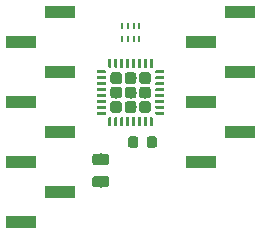
<source format=gbr>
G04 #@! TF.GenerationSoftware,KiCad,Pcbnew,5.0.0*
G04 #@! TF.CreationDate,2019-07-11T02:24:03-06:00*
G04 #@! TF.ProjectId,woose-tracker,776F6F73652D747261636B65722E6B69,1*
G04 #@! TF.SameCoordinates,Original*
G04 #@! TF.FileFunction,Paste,Bot*
G04 #@! TF.FilePolarity,Positive*
%FSLAX46Y46*%
G04 Gerber Fmt 4.6, Leading zero omitted, Abs format (unit mm)*
G04 Created by KiCad (PCBNEW 5.0.0) date Thu Jul 11 02:24:03 2019*
%MOMM*%
%LPD*%
G01*
G04 APERTURE LIST*
%ADD10C,0.100000*%
%ADD11C,0.875000*%
%ADD12C,0.975000*%
%ADD13R,0.250000X0.600000*%
%ADD14C,0.980000*%
%ADD15C,0.250000*%
%ADD16R,2.510000X1.000000*%
G04 APERTURE END LIST*
D10*
G04 #@! TO.C,C1*
G36*
X61428691Y-47405053D02*
X61449926Y-47408203D01*
X61470750Y-47413419D01*
X61490962Y-47420651D01*
X61510368Y-47429830D01*
X61528781Y-47440866D01*
X61546024Y-47453654D01*
X61561930Y-47468070D01*
X61576346Y-47483976D01*
X61589134Y-47501219D01*
X61600170Y-47519632D01*
X61609349Y-47539038D01*
X61616581Y-47559250D01*
X61621797Y-47580074D01*
X61624947Y-47601309D01*
X61626000Y-47622750D01*
X61626000Y-48135250D01*
X61624947Y-48156691D01*
X61621797Y-48177926D01*
X61616581Y-48198750D01*
X61609349Y-48218962D01*
X61600170Y-48238368D01*
X61589134Y-48256781D01*
X61576346Y-48274024D01*
X61561930Y-48289930D01*
X61546024Y-48304346D01*
X61528781Y-48317134D01*
X61510368Y-48328170D01*
X61490962Y-48337349D01*
X61470750Y-48344581D01*
X61449926Y-48349797D01*
X61428691Y-48352947D01*
X61407250Y-48354000D01*
X60969750Y-48354000D01*
X60948309Y-48352947D01*
X60927074Y-48349797D01*
X60906250Y-48344581D01*
X60886038Y-48337349D01*
X60866632Y-48328170D01*
X60848219Y-48317134D01*
X60830976Y-48304346D01*
X60815070Y-48289930D01*
X60800654Y-48274024D01*
X60787866Y-48256781D01*
X60776830Y-48238368D01*
X60767651Y-48218962D01*
X60760419Y-48198750D01*
X60755203Y-48177926D01*
X60752053Y-48156691D01*
X60751000Y-48135250D01*
X60751000Y-47622750D01*
X60752053Y-47601309D01*
X60755203Y-47580074D01*
X60760419Y-47559250D01*
X60767651Y-47539038D01*
X60776830Y-47519632D01*
X60787866Y-47501219D01*
X60800654Y-47483976D01*
X60815070Y-47468070D01*
X60830976Y-47453654D01*
X60848219Y-47440866D01*
X60866632Y-47429830D01*
X60886038Y-47420651D01*
X60906250Y-47413419D01*
X60927074Y-47408203D01*
X60948309Y-47405053D01*
X60969750Y-47404000D01*
X61407250Y-47404000D01*
X61428691Y-47405053D01*
X61428691Y-47405053D01*
G37*
D11*
X61188500Y-47879000D03*
D10*
G36*
X63003691Y-47405053D02*
X63024926Y-47408203D01*
X63045750Y-47413419D01*
X63065962Y-47420651D01*
X63085368Y-47429830D01*
X63103781Y-47440866D01*
X63121024Y-47453654D01*
X63136930Y-47468070D01*
X63151346Y-47483976D01*
X63164134Y-47501219D01*
X63175170Y-47519632D01*
X63184349Y-47539038D01*
X63191581Y-47559250D01*
X63196797Y-47580074D01*
X63199947Y-47601309D01*
X63201000Y-47622750D01*
X63201000Y-48135250D01*
X63199947Y-48156691D01*
X63196797Y-48177926D01*
X63191581Y-48198750D01*
X63184349Y-48218962D01*
X63175170Y-48238368D01*
X63164134Y-48256781D01*
X63151346Y-48274024D01*
X63136930Y-48289930D01*
X63121024Y-48304346D01*
X63103781Y-48317134D01*
X63085368Y-48328170D01*
X63065962Y-48337349D01*
X63045750Y-48344581D01*
X63024926Y-48349797D01*
X63003691Y-48352947D01*
X62982250Y-48354000D01*
X62544750Y-48354000D01*
X62523309Y-48352947D01*
X62502074Y-48349797D01*
X62481250Y-48344581D01*
X62461038Y-48337349D01*
X62441632Y-48328170D01*
X62423219Y-48317134D01*
X62405976Y-48304346D01*
X62390070Y-48289930D01*
X62375654Y-48274024D01*
X62362866Y-48256781D01*
X62351830Y-48238368D01*
X62342651Y-48218962D01*
X62335419Y-48198750D01*
X62330203Y-48177926D01*
X62327053Y-48156691D01*
X62326000Y-48135250D01*
X62326000Y-47622750D01*
X62327053Y-47601309D01*
X62330203Y-47580074D01*
X62335419Y-47559250D01*
X62342651Y-47539038D01*
X62351830Y-47519632D01*
X62362866Y-47501219D01*
X62375654Y-47483976D01*
X62390070Y-47468070D01*
X62405976Y-47453654D01*
X62423219Y-47440866D01*
X62441632Y-47429830D01*
X62461038Y-47420651D01*
X62481250Y-47413419D01*
X62502074Y-47408203D01*
X62523309Y-47405053D01*
X62544750Y-47404000D01*
X62982250Y-47404000D01*
X63003691Y-47405053D01*
X63003691Y-47405053D01*
G37*
D11*
X62763500Y-47879000D03*
G04 #@! TD*
D10*
G04 #@! TO.C,C2*
G36*
X58900142Y-48868174D02*
X58923803Y-48871684D01*
X58947007Y-48877496D01*
X58969529Y-48885554D01*
X58991153Y-48895782D01*
X59011670Y-48908079D01*
X59030883Y-48922329D01*
X59048607Y-48938393D01*
X59064671Y-48956117D01*
X59078921Y-48975330D01*
X59091218Y-48995847D01*
X59101446Y-49017471D01*
X59109504Y-49039993D01*
X59115316Y-49063197D01*
X59118826Y-49086858D01*
X59120000Y-49110750D01*
X59120000Y-49598250D01*
X59118826Y-49622142D01*
X59115316Y-49645803D01*
X59109504Y-49669007D01*
X59101446Y-49691529D01*
X59091218Y-49713153D01*
X59078921Y-49733670D01*
X59064671Y-49752883D01*
X59048607Y-49770607D01*
X59030883Y-49786671D01*
X59011670Y-49800921D01*
X58991153Y-49813218D01*
X58969529Y-49823446D01*
X58947007Y-49831504D01*
X58923803Y-49837316D01*
X58900142Y-49840826D01*
X58876250Y-49842000D01*
X57963750Y-49842000D01*
X57939858Y-49840826D01*
X57916197Y-49837316D01*
X57892993Y-49831504D01*
X57870471Y-49823446D01*
X57848847Y-49813218D01*
X57828330Y-49800921D01*
X57809117Y-49786671D01*
X57791393Y-49770607D01*
X57775329Y-49752883D01*
X57761079Y-49733670D01*
X57748782Y-49713153D01*
X57738554Y-49691529D01*
X57730496Y-49669007D01*
X57724684Y-49645803D01*
X57721174Y-49622142D01*
X57720000Y-49598250D01*
X57720000Y-49110750D01*
X57721174Y-49086858D01*
X57724684Y-49063197D01*
X57730496Y-49039993D01*
X57738554Y-49017471D01*
X57748782Y-48995847D01*
X57761079Y-48975330D01*
X57775329Y-48956117D01*
X57791393Y-48938393D01*
X57809117Y-48922329D01*
X57828330Y-48908079D01*
X57848847Y-48895782D01*
X57870471Y-48885554D01*
X57892993Y-48877496D01*
X57916197Y-48871684D01*
X57939858Y-48868174D01*
X57963750Y-48867000D01*
X58876250Y-48867000D01*
X58900142Y-48868174D01*
X58900142Y-48868174D01*
G37*
D12*
X58420000Y-49354500D03*
D10*
G36*
X58900142Y-50743174D02*
X58923803Y-50746684D01*
X58947007Y-50752496D01*
X58969529Y-50760554D01*
X58991153Y-50770782D01*
X59011670Y-50783079D01*
X59030883Y-50797329D01*
X59048607Y-50813393D01*
X59064671Y-50831117D01*
X59078921Y-50850330D01*
X59091218Y-50870847D01*
X59101446Y-50892471D01*
X59109504Y-50914993D01*
X59115316Y-50938197D01*
X59118826Y-50961858D01*
X59120000Y-50985750D01*
X59120000Y-51473250D01*
X59118826Y-51497142D01*
X59115316Y-51520803D01*
X59109504Y-51544007D01*
X59101446Y-51566529D01*
X59091218Y-51588153D01*
X59078921Y-51608670D01*
X59064671Y-51627883D01*
X59048607Y-51645607D01*
X59030883Y-51661671D01*
X59011670Y-51675921D01*
X58991153Y-51688218D01*
X58969529Y-51698446D01*
X58947007Y-51706504D01*
X58923803Y-51712316D01*
X58900142Y-51715826D01*
X58876250Y-51717000D01*
X57963750Y-51717000D01*
X57939858Y-51715826D01*
X57916197Y-51712316D01*
X57892993Y-51706504D01*
X57870471Y-51698446D01*
X57848847Y-51688218D01*
X57828330Y-51675921D01*
X57809117Y-51661671D01*
X57791393Y-51645607D01*
X57775329Y-51627883D01*
X57761079Y-51608670D01*
X57748782Y-51588153D01*
X57738554Y-51566529D01*
X57730496Y-51544007D01*
X57724684Y-51520803D01*
X57721174Y-51497142D01*
X57720000Y-51473250D01*
X57720000Y-50985750D01*
X57721174Y-50961858D01*
X57724684Y-50938197D01*
X57730496Y-50914993D01*
X57738554Y-50892471D01*
X57748782Y-50870847D01*
X57761079Y-50850330D01*
X57775329Y-50831117D01*
X57791393Y-50813393D01*
X57809117Y-50797329D01*
X57828330Y-50783079D01*
X57848847Y-50770782D01*
X57870471Y-50760554D01*
X57892993Y-50752496D01*
X57916197Y-50746684D01*
X57939858Y-50743174D01*
X57963750Y-50742000D01*
X58876250Y-50742000D01*
X58900142Y-50743174D01*
X58900142Y-50743174D01*
G37*
D12*
X58420000Y-51229500D03*
G04 #@! TD*
D13*
G04 #@! TO.C,CARY1*
X60210000Y-38033000D03*
X60210000Y-39183000D03*
X60710000Y-38033000D03*
X60710000Y-39183000D03*
X61210000Y-38033000D03*
X61210000Y-39183000D03*
X61710000Y-38033000D03*
X61710000Y-39183000D03*
G04 #@! TD*
D10*
G04 #@! TO.C,U1*
G36*
X62449014Y-41979180D02*
X62472797Y-41982708D01*
X62496120Y-41988550D01*
X62518757Y-41996650D01*
X62540492Y-42006929D01*
X62561115Y-42019290D01*
X62580426Y-42033612D01*
X62598241Y-42049759D01*
X62614388Y-42067574D01*
X62628710Y-42086885D01*
X62641071Y-42107508D01*
X62651350Y-42129243D01*
X62659450Y-42151880D01*
X62665292Y-42175203D01*
X62668820Y-42198986D01*
X62670000Y-42223000D01*
X62670000Y-42713000D01*
X62668820Y-42737014D01*
X62665292Y-42760797D01*
X62659450Y-42784120D01*
X62651350Y-42806757D01*
X62641071Y-42828492D01*
X62628710Y-42849115D01*
X62614388Y-42868426D01*
X62598241Y-42886241D01*
X62580426Y-42902388D01*
X62561115Y-42916710D01*
X62540492Y-42929071D01*
X62518757Y-42939350D01*
X62496120Y-42947450D01*
X62472797Y-42953292D01*
X62449014Y-42956820D01*
X62425000Y-42958000D01*
X61935000Y-42958000D01*
X61910986Y-42956820D01*
X61887203Y-42953292D01*
X61863880Y-42947450D01*
X61841243Y-42939350D01*
X61819508Y-42929071D01*
X61798885Y-42916710D01*
X61779574Y-42902388D01*
X61761759Y-42886241D01*
X61745612Y-42868426D01*
X61731290Y-42849115D01*
X61718929Y-42828492D01*
X61708650Y-42806757D01*
X61700550Y-42784120D01*
X61694708Y-42760797D01*
X61691180Y-42737014D01*
X61690000Y-42713000D01*
X61690000Y-42223000D01*
X61691180Y-42198986D01*
X61694708Y-42175203D01*
X61700550Y-42151880D01*
X61708650Y-42129243D01*
X61718929Y-42107508D01*
X61731290Y-42086885D01*
X61745612Y-42067574D01*
X61761759Y-42049759D01*
X61779574Y-42033612D01*
X61798885Y-42019290D01*
X61819508Y-42006929D01*
X61841243Y-41996650D01*
X61863880Y-41988550D01*
X61887203Y-41982708D01*
X61910986Y-41979180D01*
X61935000Y-41978000D01*
X62425000Y-41978000D01*
X62449014Y-41979180D01*
X62449014Y-41979180D01*
G37*
D14*
X62180000Y-42468000D03*
D10*
G36*
X62449014Y-43199180D02*
X62472797Y-43202708D01*
X62496120Y-43208550D01*
X62518757Y-43216650D01*
X62540492Y-43226929D01*
X62561115Y-43239290D01*
X62580426Y-43253612D01*
X62598241Y-43269759D01*
X62614388Y-43287574D01*
X62628710Y-43306885D01*
X62641071Y-43327508D01*
X62651350Y-43349243D01*
X62659450Y-43371880D01*
X62665292Y-43395203D01*
X62668820Y-43418986D01*
X62670000Y-43443000D01*
X62670000Y-43933000D01*
X62668820Y-43957014D01*
X62665292Y-43980797D01*
X62659450Y-44004120D01*
X62651350Y-44026757D01*
X62641071Y-44048492D01*
X62628710Y-44069115D01*
X62614388Y-44088426D01*
X62598241Y-44106241D01*
X62580426Y-44122388D01*
X62561115Y-44136710D01*
X62540492Y-44149071D01*
X62518757Y-44159350D01*
X62496120Y-44167450D01*
X62472797Y-44173292D01*
X62449014Y-44176820D01*
X62425000Y-44178000D01*
X61935000Y-44178000D01*
X61910986Y-44176820D01*
X61887203Y-44173292D01*
X61863880Y-44167450D01*
X61841243Y-44159350D01*
X61819508Y-44149071D01*
X61798885Y-44136710D01*
X61779574Y-44122388D01*
X61761759Y-44106241D01*
X61745612Y-44088426D01*
X61731290Y-44069115D01*
X61718929Y-44048492D01*
X61708650Y-44026757D01*
X61700550Y-44004120D01*
X61694708Y-43980797D01*
X61691180Y-43957014D01*
X61690000Y-43933000D01*
X61690000Y-43443000D01*
X61691180Y-43418986D01*
X61694708Y-43395203D01*
X61700550Y-43371880D01*
X61708650Y-43349243D01*
X61718929Y-43327508D01*
X61731290Y-43306885D01*
X61745612Y-43287574D01*
X61761759Y-43269759D01*
X61779574Y-43253612D01*
X61798885Y-43239290D01*
X61819508Y-43226929D01*
X61841243Y-43216650D01*
X61863880Y-43208550D01*
X61887203Y-43202708D01*
X61910986Y-43199180D01*
X61935000Y-43198000D01*
X62425000Y-43198000D01*
X62449014Y-43199180D01*
X62449014Y-43199180D01*
G37*
D14*
X62180000Y-43688000D03*
D10*
G36*
X62449014Y-44419180D02*
X62472797Y-44422708D01*
X62496120Y-44428550D01*
X62518757Y-44436650D01*
X62540492Y-44446929D01*
X62561115Y-44459290D01*
X62580426Y-44473612D01*
X62598241Y-44489759D01*
X62614388Y-44507574D01*
X62628710Y-44526885D01*
X62641071Y-44547508D01*
X62651350Y-44569243D01*
X62659450Y-44591880D01*
X62665292Y-44615203D01*
X62668820Y-44638986D01*
X62670000Y-44663000D01*
X62670000Y-45153000D01*
X62668820Y-45177014D01*
X62665292Y-45200797D01*
X62659450Y-45224120D01*
X62651350Y-45246757D01*
X62641071Y-45268492D01*
X62628710Y-45289115D01*
X62614388Y-45308426D01*
X62598241Y-45326241D01*
X62580426Y-45342388D01*
X62561115Y-45356710D01*
X62540492Y-45369071D01*
X62518757Y-45379350D01*
X62496120Y-45387450D01*
X62472797Y-45393292D01*
X62449014Y-45396820D01*
X62425000Y-45398000D01*
X61935000Y-45398000D01*
X61910986Y-45396820D01*
X61887203Y-45393292D01*
X61863880Y-45387450D01*
X61841243Y-45379350D01*
X61819508Y-45369071D01*
X61798885Y-45356710D01*
X61779574Y-45342388D01*
X61761759Y-45326241D01*
X61745612Y-45308426D01*
X61731290Y-45289115D01*
X61718929Y-45268492D01*
X61708650Y-45246757D01*
X61700550Y-45224120D01*
X61694708Y-45200797D01*
X61691180Y-45177014D01*
X61690000Y-45153000D01*
X61690000Y-44663000D01*
X61691180Y-44638986D01*
X61694708Y-44615203D01*
X61700550Y-44591880D01*
X61708650Y-44569243D01*
X61718929Y-44547508D01*
X61731290Y-44526885D01*
X61745612Y-44507574D01*
X61761759Y-44489759D01*
X61779574Y-44473612D01*
X61798885Y-44459290D01*
X61819508Y-44446929D01*
X61841243Y-44436650D01*
X61863880Y-44428550D01*
X61887203Y-44422708D01*
X61910986Y-44419180D01*
X61935000Y-44418000D01*
X62425000Y-44418000D01*
X62449014Y-44419180D01*
X62449014Y-44419180D01*
G37*
D14*
X62180000Y-44908000D03*
D10*
G36*
X61229014Y-41979180D02*
X61252797Y-41982708D01*
X61276120Y-41988550D01*
X61298757Y-41996650D01*
X61320492Y-42006929D01*
X61341115Y-42019290D01*
X61360426Y-42033612D01*
X61378241Y-42049759D01*
X61394388Y-42067574D01*
X61408710Y-42086885D01*
X61421071Y-42107508D01*
X61431350Y-42129243D01*
X61439450Y-42151880D01*
X61445292Y-42175203D01*
X61448820Y-42198986D01*
X61450000Y-42223000D01*
X61450000Y-42713000D01*
X61448820Y-42737014D01*
X61445292Y-42760797D01*
X61439450Y-42784120D01*
X61431350Y-42806757D01*
X61421071Y-42828492D01*
X61408710Y-42849115D01*
X61394388Y-42868426D01*
X61378241Y-42886241D01*
X61360426Y-42902388D01*
X61341115Y-42916710D01*
X61320492Y-42929071D01*
X61298757Y-42939350D01*
X61276120Y-42947450D01*
X61252797Y-42953292D01*
X61229014Y-42956820D01*
X61205000Y-42958000D01*
X60715000Y-42958000D01*
X60690986Y-42956820D01*
X60667203Y-42953292D01*
X60643880Y-42947450D01*
X60621243Y-42939350D01*
X60599508Y-42929071D01*
X60578885Y-42916710D01*
X60559574Y-42902388D01*
X60541759Y-42886241D01*
X60525612Y-42868426D01*
X60511290Y-42849115D01*
X60498929Y-42828492D01*
X60488650Y-42806757D01*
X60480550Y-42784120D01*
X60474708Y-42760797D01*
X60471180Y-42737014D01*
X60470000Y-42713000D01*
X60470000Y-42223000D01*
X60471180Y-42198986D01*
X60474708Y-42175203D01*
X60480550Y-42151880D01*
X60488650Y-42129243D01*
X60498929Y-42107508D01*
X60511290Y-42086885D01*
X60525612Y-42067574D01*
X60541759Y-42049759D01*
X60559574Y-42033612D01*
X60578885Y-42019290D01*
X60599508Y-42006929D01*
X60621243Y-41996650D01*
X60643880Y-41988550D01*
X60667203Y-41982708D01*
X60690986Y-41979180D01*
X60715000Y-41978000D01*
X61205000Y-41978000D01*
X61229014Y-41979180D01*
X61229014Y-41979180D01*
G37*
D14*
X60960000Y-42468000D03*
D10*
G36*
X61229014Y-43199180D02*
X61252797Y-43202708D01*
X61276120Y-43208550D01*
X61298757Y-43216650D01*
X61320492Y-43226929D01*
X61341115Y-43239290D01*
X61360426Y-43253612D01*
X61378241Y-43269759D01*
X61394388Y-43287574D01*
X61408710Y-43306885D01*
X61421071Y-43327508D01*
X61431350Y-43349243D01*
X61439450Y-43371880D01*
X61445292Y-43395203D01*
X61448820Y-43418986D01*
X61450000Y-43443000D01*
X61450000Y-43933000D01*
X61448820Y-43957014D01*
X61445292Y-43980797D01*
X61439450Y-44004120D01*
X61431350Y-44026757D01*
X61421071Y-44048492D01*
X61408710Y-44069115D01*
X61394388Y-44088426D01*
X61378241Y-44106241D01*
X61360426Y-44122388D01*
X61341115Y-44136710D01*
X61320492Y-44149071D01*
X61298757Y-44159350D01*
X61276120Y-44167450D01*
X61252797Y-44173292D01*
X61229014Y-44176820D01*
X61205000Y-44178000D01*
X60715000Y-44178000D01*
X60690986Y-44176820D01*
X60667203Y-44173292D01*
X60643880Y-44167450D01*
X60621243Y-44159350D01*
X60599508Y-44149071D01*
X60578885Y-44136710D01*
X60559574Y-44122388D01*
X60541759Y-44106241D01*
X60525612Y-44088426D01*
X60511290Y-44069115D01*
X60498929Y-44048492D01*
X60488650Y-44026757D01*
X60480550Y-44004120D01*
X60474708Y-43980797D01*
X60471180Y-43957014D01*
X60470000Y-43933000D01*
X60470000Y-43443000D01*
X60471180Y-43418986D01*
X60474708Y-43395203D01*
X60480550Y-43371880D01*
X60488650Y-43349243D01*
X60498929Y-43327508D01*
X60511290Y-43306885D01*
X60525612Y-43287574D01*
X60541759Y-43269759D01*
X60559574Y-43253612D01*
X60578885Y-43239290D01*
X60599508Y-43226929D01*
X60621243Y-43216650D01*
X60643880Y-43208550D01*
X60667203Y-43202708D01*
X60690986Y-43199180D01*
X60715000Y-43198000D01*
X61205000Y-43198000D01*
X61229014Y-43199180D01*
X61229014Y-43199180D01*
G37*
D14*
X60960000Y-43688000D03*
D10*
G36*
X61229014Y-44419180D02*
X61252797Y-44422708D01*
X61276120Y-44428550D01*
X61298757Y-44436650D01*
X61320492Y-44446929D01*
X61341115Y-44459290D01*
X61360426Y-44473612D01*
X61378241Y-44489759D01*
X61394388Y-44507574D01*
X61408710Y-44526885D01*
X61421071Y-44547508D01*
X61431350Y-44569243D01*
X61439450Y-44591880D01*
X61445292Y-44615203D01*
X61448820Y-44638986D01*
X61450000Y-44663000D01*
X61450000Y-45153000D01*
X61448820Y-45177014D01*
X61445292Y-45200797D01*
X61439450Y-45224120D01*
X61431350Y-45246757D01*
X61421071Y-45268492D01*
X61408710Y-45289115D01*
X61394388Y-45308426D01*
X61378241Y-45326241D01*
X61360426Y-45342388D01*
X61341115Y-45356710D01*
X61320492Y-45369071D01*
X61298757Y-45379350D01*
X61276120Y-45387450D01*
X61252797Y-45393292D01*
X61229014Y-45396820D01*
X61205000Y-45398000D01*
X60715000Y-45398000D01*
X60690986Y-45396820D01*
X60667203Y-45393292D01*
X60643880Y-45387450D01*
X60621243Y-45379350D01*
X60599508Y-45369071D01*
X60578885Y-45356710D01*
X60559574Y-45342388D01*
X60541759Y-45326241D01*
X60525612Y-45308426D01*
X60511290Y-45289115D01*
X60498929Y-45268492D01*
X60488650Y-45246757D01*
X60480550Y-45224120D01*
X60474708Y-45200797D01*
X60471180Y-45177014D01*
X60470000Y-45153000D01*
X60470000Y-44663000D01*
X60471180Y-44638986D01*
X60474708Y-44615203D01*
X60480550Y-44591880D01*
X60488650Y-44569243D01*
X60498929Y-44547508D01*
X60511290Y-44526885D01*
X60525612Y-44507574D01*
X60541759Y-44489759D01*
X60559574Y-44473612D01*
X60578885Y-44459290D01*
X60599508Y-44446929D01*
X60621243Y-44436650D01*
X60643880Y-44428550D01*
X60667203Y-44422708D01*
X60690986Y-44419180D01*
X60715000Y-44418000D01*
X61205000Y-44418000D01*
X61229014Y-44419180D01*
X61229014Y-44419180D01*
G37*
D14*
X60960000Y-44908000D03*
D10*
G36*
X60009014Y-41979180D02*
X60032797Y-41982708D01*
X60056120Y-41988550D01*
X60078757Y-41996650D01*
X60100492Y-42006929D01*
X60121115Y-42019290D01*
X60140426Y-42033612D01*
X60158241Y-42049759D01*
X60174388Y-42067574D01*
X60188710Y-42086885D01*
X60201071Y-42107508D01*
X60211350Y-42129243D01*
X60219450Y-42151880D01*
X60225292Y-42175203D01*
X60228820Y-42198986D01*
X60230000Y-42223000D01*
X60230000Y-42713000D01*
X60228820Y-42737014D01*
X60225292Y-42760797D01*
X60219450Y-42784120D01*
X60211350Y-42806757D01*
X60201071Y-42828492D01*
X60188710Y-42849115D01*
X60174388Y-42868426D01*
X60158241Y-42886241D01*
X60140426Y-42902388D01*
X60121115Y-42916710D01*
X60100492Y-42929071D01*
X60078757Y-42939350D01*
X60056120Y-42947450D01*
X60032797Y-42953292D01*
X60009014Y-42956820D01*
X59985000Y-42958000D01*
X59495000Y-42958000D01*
X59470986Y-42956820D01*
X59447203Y-42953292D01*
X59423880Y-42947450D01*
X59401243Y-42939350D01*
X59379508Y-42929071D01*
X59358885Y-42916710D01*
X59339574Y-42902388D01*
X59321759Y-42886241D01*
X59305612Y-42868426D01*
X59291290Y-42849115D01*
X59278929Y-42828492D01*
X59268650Y-42806757D01*
X59260550Y-42784120D01*
X59254708Y-42760797D01*
X59251180Y-42737014D01*
X59250000Y-42713000D01*
X59250000Y-42223000D01*
X59251180Y-42198986D01*
X59254708Y-42175203D01*
X59260550Y-42151880D01*
X59268650Y-42129243D01*
X59278929Y-42107508D01*
X59291290Y-42086885D01*
X59305612Y-42067574D01*
X59321759Y-42049759D01*
X59339574Y-42033612D01*
X59358885Y-42019290D01*
X59379508Y-42006929D01*
X59401243Y-41996650D01*
X59423880Y-41988550D01*
X59447203Y-41982708D01*
X59470986Y-41979180D01*
X59495000Y-41978000D01*
X59985000Y-41978000D01*
X60009014Y-41979180D01*
X60009014Y-41979180D01*
G37*
D14*
X59740000Y-42468000D03*
D10*
G36*
X60009014Y-43199180D02*
X60032797Y-43202708D01*
X60056120Y-43208550D01*
X60078757Y-43216650D01*
X60100492Y-43226929D01*
X60121115Y-43239290D01*
X60140426Y-43253612D01*
X60158241Y-43269759D01*
X60174388Y-43287574D01*
X60188710Y-43306885D01*
X60201071Y-43327508D01*
X60211350Y-43349243D01*
X60219450Y-43371880D01*
X60225292Y-43395203D01*
X60228820Y-43418986D01*
X60230000Y-43443000D01*
X60230000Y-43933000D01*
X60228820Y-43957014D01*
X60225292Y-43980797D01*
X60219450Y-44004120D01*
X60211350Y-44026757D01*
X60201071Y-44048492D01*
X60188710Y-44069115D01*
X60174388Y-44088426D01*
X60158241Y-44106241D01*
X60140426Y-44122388D01*
X60121115Y-44136710D01*
X60100492Y-44149071D01*
X60078757Y-44159350D01*
X60056120Y-44167450D01*
X60032797Y-44173292D01*
X60009014Y-44176820D01*
X59985000Y-44178000D01*
X59495000Y-44178000D01*
X59470986Y-44176820D01*
X59447203Y-44173292D01*
X59423880Y-44167450D01*
X59401243Y-44159350D01*
X59379508Y-44149071D01*
X59358885Y-44136710D01*
X59339574Y-44122388D01*
X59321759Y-44106241D01*
X59305612Y-44088426D01*
X59291290Y-44069115D01*
X59278929Y-44048492D01*
X59268650Y-44026757D01*
X59260550Y-44004120D01*
X59254708Y-43980797D01*
X59251180Y-43957014D01*
X59250000Y-43933000D01*
X59250000Y-43443000D01*
X59251180Y-43418986D01*
X59254708Y-43395203D01*
X59260550Y-43371880D01*
X59268650Y-43349243D01*
X59278929Y-43327508D01*
X59291290Y-43306885D01*
X59305612Y-43287574D01*
X59321759Y-43269759D01*
X59339574Y-43253612D01*
X59358885Y-43239290D01*
X59379508Y-43226929D01*
X59401243Y-43216650D01*
X59423880Y-43208550D01*
X59447203Y-43202708D01*
X59470986Y-43199180D01*
X59495000Y-43198000D01*
X59985000Y-43198000D01*
X60009014Y-43199180D01*
X60009014Y-43199180D01*
G37*
D14*
X59740000Y-43688000D03*
D10*
G36*
X60009014Y-44419180D02*
X60032797Y-44422708D01*
X60056120Y-44428550D01*
X60078757Y-44436650D01*
X60100492Y-44446929D01*
X60121115Y-44459290D01*
X60140426Y-44473612D01*
X60158241Y-44489759D01*
X60174388Y-44507574D01*
X60188710Y-44526885D01*
X60201071Y-44547508D01*
X60211350Y-44569243D01*
X60219450Y-44591880D01*
X60225292Y-44615203D01*
X60228820Y-44638986D01*
X60230000Y-44663000D01*
X60230000Y-45153000D01*
X60228820Y-45177014D01*
X60225292Y-45200797D01*
X60219450Y-45224120D01*
X60211350Y-45246757D01*
X60201071Y-45268492D01*
X60188710Y-45289115D01*
X60174388Y-45308426D01*
X60158241Y-45326241D01*
X60140426Y-45342388D01*
X60121115Y-45356710D01*
X60100492Y-45369071D01*
X60078757Y-45379350D01*
X60056120Y-45387450D01*
X60032797Y-45393292D01*
X60009014Y-45396820D01*
X59985000Y-45398000D01*
X59495000Y-45398000D01*
X59470986Y-45396820D01*
X59447203Y-45393292D01*
X59423880Y-45387450D01*
X59401243Y-45379350D01*
X59379508Y-45369071D01*
X59358885Y-45356710D01*
X59339574Y-45342388D01*
X59321759Y-45326241D01*
X59305612Y-45308426D01*
X59291290Y-45289115D01*
X59278929Y-45268492D01*
X59268650Y-45246757D01*
X59260550Y-45224120D01*
X59254708Y-45200797D01*
X59251180Y-45177014D01*
X59250000Y-45153000D01*
X59250000Y-44663000D01*
X59251180Y-44638986D01*
X59254708Y-44615203D01*
X59260550Y-44591880D01*
X59268650Y-44569243D01*
X59278929Y-44547508D01*
X59291290Y-44526885D01*
X59305612Y-44507574D01*
X59321759Y-44489759D01*
X59339574Y-44473612D01*
X59358885Y-44459290D01*
X59379508Y-44446929D01*
X59401243Y-44436650D01*
X59423880Y-44428550D01*
X59447203Y-44422708D01*
X59470986Y-44419180D01*
X59495000Y-44418000D01*
X59985000Y-44418000D01*
X60009014Y-44419180D01*
X60009014Y-44419180D01*
G37*
D14*
X59740000Y-44908000D03*
D10*
G36*
X63753626Y-41813301D02*
X63759693Y-41814201D01*
X63765643Y-41815691D01*
X63771418Y-41817758D01*
X63776962Y-41820380D01*
X63782223Y-41823533D01*
X63787150Y-41827187D01*
X63791694Y-41831306D01*
X63795813Y-41835850D01*
X63799467Y-41840777D01*
X63802620Y-41846038D01*
X63805242Y-41851582D01*
X63807309Y-41857357D01*
X63808799Y-41863307D01*
X63809699Y-41869374D01*
X63810000Y-41875500D01*
X63810000Y-42000500D01*
X63809699Y-42006626D01*
X63808799Y-42012693D01*
X63807309Y-42018643D01*
X63805242Y-42024418D01*
X63802620Y-42029962D01*
X63799467Y-42035223D01*
X63795813Y-42040150D01*
X63791694Y-42044694D01*
X63787150Y-42048813D01*
X63782223Y-42052467D01*
X63776962Y-42055620D01*
X63771418Y-42058242D01*
X63765643Y-42060309D01*
X63759693Y-42061799D01*
X63753626Y-42062699D01*
X63747500Y-42063000D01*
X63122500Y-42063000D01*
X63116374Y-42062699D01*
X63110307Y-42061799D01*
X63104357Y-42060309D01*
X63098582Y-42058242D01*
X63093038Y-42055620D01*
X63087777Y-42052467D01*
X63082850Y-42048813D01*
X63078306Y-42044694D01*
X63074187Y-42040150D01*
X63070533Y-42035223D01*
X63067380Y-42029962D01*
X63064758Y-42024418D01*
X63062691Y-42018643D01*
X63061201Y-42012693D01*
X63060301Y-42006626D01*
X63060000Y-42000500D01*
X63060000Y-41875500D01*
X63060301Y-41869374D01*
X63061201Y-41863307D01*
X63062691Y-41857357D01*
X63064758Y-41851582D01*
X63067380Y-41846038D01*
X63070533Y-41840777D01*
X63074187Y-41835850D01*
X63078306Y-41831306D01*
X63082850Y-41827187D01*
X63087777Y-41823533D01*
X63093038Y-41820380D01*
X63098582Y-41817758D01*
X63104357Y-41815691D01*
X63110307Y-41814201D01*
X63116374Y-41813301D01*
X63122500Y-41813000D01*
X63747500Y-41813000D01*
X63753626Y-41813301D01*
X63753626Y-41813301D01*
G37*
D15*
X63435000Y-41938000D03*
D10*
G36*
X63753626Y-42313301D02*
X63759693Y-42314201D01*
X63765643Y-42315691D01*
X63771418Y-42317758D01*
X63776962Y-42320380D01*
X63782223Y-42323533D01*
X63787150Y-42327187D01*
X63791694Y-42331306D01*
X63795813Y-42335850D01*
X63799467Y-42340777D01*
X63802620Y-42346038D01*
X63805242Y-42351582D01*
X63807309Y-42357357D01*
X63808799Y-42363307D01*
X63809699Y-42369374D01*
X63810000Y-42375500D01*
X63810000Y-42500500D01*
X63809699Y-42506626D01*
X63808799Y-42512693D01*
X63807309Y-42518643D01*
X63805242Y-42524418D01*
X63802620Y-42529962D01*
X63799467Y-42535223D01*
X63795813Y-42540150D01*
X63791694Y-42544694D01*
X63787150Y-42548813D01*
X63782223Y-42552467D01*
X63776962Y-42555620D01*
X63771418Y-42558242D01*
X63765643Y-42560309D01*
X63759693Y-42561799D01*
X63753626Y-42562699D01*
X63747500Y-42563000D01*
X63122500Y-42563000D01*
X63116374Y-42562699D01*
X63110307Y-42561799D01*
X63104357Y-42560309D01*
X63098582Y-42558242D01*
X63093038Y-42555620D01*
X63087777Y-42552467D01*
X63082850Y-42548813D01*
X63078306Y-42544694D01*
X63074187Y-42540150D01*
X63070533Y-42535223D01*
X63067380Y-42529962D01*
X63064758Y-42524418D01*
X63062691Y-42518643D01*
X63061201Y-42512693D01*
X63060301Y-42506626D01*
X63060000Y-42500500D01*
X63060000Y-42375500D01*
X63060301Y-42369374D01*
X63061201Y-42363307D01*
X63062691Y-42357357D01*
X63064758Y-42351582D01*
X63067380Y-42346038D01*
X63070533Y-42340777D01*
X63074187Y-42335850D01*
X63078306Y-42331306D01*
X63082850Y-42327187D01*
X63087777Y-42323533D01*
X63093038Y-42320380D01*
X63098582Y-42317758D01*
X63104357Y-42315691D01*
X63110307Y-42314201D01*
X63116374Y-42313301D01*
X63122500Y-42313000D01*
X63747500Y-42313000D01*
X63753626Y-42313301D01*
X63753626Y-42313301D01*
G37*
D15*
X63435000Y-42438000D03*
D10*
G36*
X63753626Y-42813301D02*
X63759693Y-42814201D01*
X63765643Y-42815691D01*
X63771418Y-42817758D01*
X63776962Y-42820380D01*
X63782223Y-42823533D01*
X63787150Y-42827187D01*
X63791694Y-42831306D01*
X63795813Y-42835850D01*
X63799467Y-42840777D01*
X63802620Y-42846038D01*
X63805242Y-42851582D01*
X63807309Y-42857357D01*
X63808799Y-42863307D01*
X63809699Y-42869374D01*
X63810000Y-42875500D01*
X63810000Y-43000500D01*
X63809699Y-43006626D01*
X63808799Y-43012693D01*
X63807309Y-43018643D01*
X63805242Y-43024418D01*
X63802620Y-43029962D01*
X63799467Y-43035223D01*
X63795813Y-43040150D01*
X63791694Y-43044694D01*
X63787150Y-43048813D01*
X63782223Y-43052467D01*
X63776962Y-43055620D01*
X63771418Y-43058242D01*
X63765643Y-43060309D01*
X63759693Y-43061799D01*
X63753626Y-43062699D01*
X63747500Y-43063000D01*
X63122500Y-43063000D01*
X63116374Y-43062699D01*
X63110307Y-43061799D01*
X63104357Y-43060309D01*
X63098582Y-43058242D01*
X63093038Y-43055620D01*
X63087777Y-43052467D01*
X63082850Y-43048813D01*
X63078306Y-43044694D01*
X63074187Y-43040150D01*
X63070533Y-43035223D01*
X63067380Y-43029962D01*
X63064758Y-43024418D01*
X63062691Y-43018643D01*
X63061201Y-43012693D01*
X63060301Y-43006626D01*
X63060000Y-43000500D01*
X63060000Y-42875500D01*
X63060301Y-42869374D01*
X63061201Y-42863307D01*
X63062691Y-42857357D01*
X63064758Y-42851582D01*
X63067380Y-42846038D01*
X63070533Y-42840777D01*
X63074187Y-42835850D01*
X63078306Y-42831306D01*
X63082850Y-42827187D01*
X63087777Y-42823533D01*
X63093038Y-42820380D01*
X63098582Y-42817758D01*
X63104357Y-42815691D01*
X63110307Y-42814201D01*
X63116374Y-42813301D01*
X63122500Y-42813000D01*
X63747500Y-42813000D01*
X63753626Y-42813301D01*
X63753626Y-42813301D01*
G37*
D15*
X63435000Y-42938000D03*
D10*
G36*
X63753626Y-43313301D02*
X63759693Y-43314201D01*
X63765643Y-43315691D01*
X63771418Y-43317758D01*
X63776962Y-43320380D01*
X63782223Y-43323533D01*
X63787150Y-43327187D01*
X63791694Y-43331306D01*
X63795813Y-43335850D01*
X63799467Y-43340777D01*
X63802620Y-43346038D01*
X63805242Y-43351582D01*
X63807309Y-43357357D01*
X63808799Y-43363307D01*
X63809699Y-43369374D01*
X63810000Y-43375500D01*
X63810000Y-43500500D01*
X63809699Y-43506626D01*
X63808799Y-43512693D01*
X63807309Y-43518643D01*
X63805242Y-43524418D01*
X63802620Y-43529962D01*
X63799467Y-43535223D01*
X63795813Y-43540150D01*
X63791694Y-43544694D01*
X63787150Y-43548813D01*
X63782223Y-43552467D01*
X63776962Y-43555620D01*
X63771418Y-43558242D01*
X63765643Y-43560309D01*
X63759693Y-43561799D01*
X63753626Y-43562699D01*
X63747500Y-43563000D01*
X63122500Y-43563000D01*
X63116374Y-43562699D01*
X63110307Y-43561799D01*
X63104357Y-43560309D01*
X63098582Y-43558242D01*
X63093038Y-43555620D01*
X63087777Y-43552467D01*
X63082850Y-43548813D01*
X63078306Y-43544694D01*
X63074187Y-43540150D01*
X63070533Y-43535223D01*
X63067380Y-43529962D01*
X63064758Y-43524418D01*
X63062691Y-43518643D01*
X63061201Y-43512693D01*
X63060301Y-43506626D01*
X63060000Y-43500500D01*
X63060000Y-43375500D01*
X63060301Y-43369374D01*
X63061201Y-43363307D01*
X63062691Y-43357357D01*
X63064758Y-43351582D01*
X63067380Y-43346038D01*
X63070533Y-43340777D01*
X63074187Y-43335850D01*
X63078306Y-43331306D01*
X63082850Y-43327187D01*
X63087777Y-43323533D01*
X63093038Y-43320380D01*
X63098582Y-43317758D01*
X63104357Y-43315691D01*
X63110307Y-43314201D01*
X63116374Y-43313301D01*
X63122500Y-43313000D01*
X63747500Y-43313000D01*
X63753626Y-43313301D01*
X63753626Y-43313301D01*
G37*
D15*
X63435000Y-43438000D03*
D10*
G36*
X63753626Y-43813301D02*
X63759693Y-43814201D01*
X63765643Y-43815691D01*
X63771418Y-43817758D01*
X63776962Y-43820380D01*
X63782223Y-43823533D01*
X63787150Y-43827187D01*
X63791694Y-43831306D01*
X63795813Y-43835850D01*
X63799467Y-43840777D01*
X63802620Y-43846038D01*
X63805242Y-43851582D01*
X63807309Y-43857357D01*
X63808799Y-43863307D01*
X63809699Y-43869374D01*
X63810000Y-43875500D01*
X63810000Y-44000500D01*
X63809699Y-44006626D01*
X63808799Y-44012693D01*
X63807309Y-44018643D01*
X63805242Y-44024418D01*
X63802620Y-44029962D01*
X63799467Y-44035223D01*
X63795813Y-44040150D01*
X63791694Y-44044694D01*
X63787150Y-44048813D01*
X63782223Y-44052467D01*
X63776962Y-44055620D01*
X63771418Y-44058242D01*
X63765643Y-44060309D01*
X63759693Y-44061799D01*
X63753626Y-44062699D01*
X63747500Y-44063000D01*
X63122500Y-44063000D01*
X63116374Y-44062699D01*
X63110307Y-44061799D01*
X63104357Y-44060309D01*
X63098582Y-44058242D01*
X63093038Y-44055620D01*
X63087777Y-44052467D01*
X63082850Y-44048813D01*
X63078306Y-44044694D01*
X63074187Y-44040150D01*
X63070533Y-44035223D01*
X63067380Y-44029962D01*
X63064758Y-44024418D01*
X63062691Y-44018643D01*
X63061201Y-44012693D01*
X63060301Y-44006626D01*
X63060000Y-44000500D01*
X63060000Y-43875500D01*
X63060301Y-43869374D01*
X63061201Y-43863307D01*
X63062691Y-43857357D01*
X63064758Y-43851582D01*
X63067380Y-43846038D01*
X63070533Y-43840777D01*
X63074187Y-43835850D01*
X63078306Y-43831306D01*
X63082850Y-43827187D01*
X63087777Y-43823533D01*
X63093038Y-43820380D01*
X63098582Y-43817758D01*
X63104357Y-43815691D01*
X63110307Y-43814201D01*
X63116374Y-43813301D01*
X63122500Y-43813000D01*
X63747500Y-43813000D01*
X63753626Y-43813301D01*
X63753626Y-43813301D01*
G37*
D15*
X63435000Y-43938000D03*
D10*
G36*
X63753626Y-44313301D02*
X63759693Y-44314201D01*
X63765643Y-44315691D01*
X63771418Y-44317758D01*
X63776962Y-44320380D01*
X63782223Y-44323533D01*
X63787150Y-44327187D01*
X63791694Y-44331306D01*
X63795813Y-44335850D01*
X63799467Y-44340777D01*
X63802620Y-44346038D01*
X63805242Y-44351582D01*
X63807309Y-44357357D01*
X63808799Y-44363307D01*
X63809699Y-44369374D01*
X63810000Y-44375500D01*
X63810000Y-44500500D01*
X63809699Y-44506626D01*
X63808799Y-44512693D01*
X63807309Y-44518643D01*
X63805242Y-44524418D01*
X63802620Y-44529962D01*
X63799467Y-44535223D01*
X63795813Y-44540150D01*
X63791694Y-44544694D01*
X63787150Y-44548813D01*
X63782223Y-44552467D01*
X63776962Y-44555620D01*
X63771418Y-44558242D01*
X63765643Y-44560309D01*
X63759693Y-44561799D01*
X63753626Y-44562699D01*
X63747500Y-44563000D01*
X63122500Y-44563000D01*
X63116374Y-44562699D01*
X63110307Y-44561799D01*
X63104357Y-44560309D01*
X63098582Y-44558242D01*
X63093038Y-44555620D01*
X63087777Y-44552467D01*
X63082850Y-44548813D01*
X63078306Y-44544694D01*
X63074187Y-44540150D01*
X63070533Y-44535223D01*
X63067380Y-44529962D01*
X63064758Y-44524418D01*
X63062691Y-44518643D01*
X63061201Y-44512693D01*
X63060301Y-44506626D01*
X63060000Y-44500500D01*
X63060000Y-44375500D01*
X63060301Y-44369374D01*
X63061201Y-44363307D01*
X63062691Y-44357357D01*
X63064758Y-44351582D01*
X63067380Y-44346038D01*
X63070533Y-44340777D01*
X63074187Y-44335850D01*
X63078306Y-44331306D01*
X63082850Y-44327187D01*
X63087777Y-44323533D01*
X63093038Y-44320380D01*
X63098582Y-44317758D01*
X63104357Y-44315691D01*
X63110307Y-44314201D01*
X63116374Y-44313301D01*
X63122500Y-44313000D01*
X63747500Y-44313000D01*
X63753626Y-44313301D01*
X63753626Y-44313301D01*
G37*
D15*
X63435000Y-44438000D03*
D10*
G36*
X63753626Y-44813301D02*
X63759693Y-44814201D01*
X63765643Y-44815691D01*
X63771418Y-44817758D01*
X63776962Y-44820380D01*
X63782223Y-44823533D01*
X63787150Y-44827187D01*
X63791694Y-44831306D01*
X63795813Y-44835850D01*
X63799467Y-44840777D01*
X63802620Y-44846038D01*
X63805242Y-44851582D01*
X63807309Y-44857357D01*
X63808799Y-44863307D01*
X63809699Y-44869374D01*
X63810000Y-44875500D01*
X63810000Y-45000500D01*
X63809699Y-45006626D01*
X63808799Y-45012693D01*
X63807309Y-45018643D01*
X63805242Y-45024418D01*
X63802620Y-45029962D01*
X63799467Y-45035223D01*
X63795813Y-45040150D01*
X63791694Y-45044694D01*
X63787150Y-45048813D01*
X63782223Y-45052467D01*
X63776962Y-45055620D01*
X63771418Y-45058242D01*
X63765643Y-45060309D01*
X63759693Y-45061799D01*
X63753626Y-45062699D01*
X63747500Y-45063000D01*
X63122500Y-45063000D01*
X63116374Y-45062699D01*
X63110307Y-45061799D01*
X63104357Y-45060309D01*
X63098582Y-45058242D01*
X63093038Y-45055620D01*
X63087777Y-45052467D01*
X63082850Y-45048813D01*
X63078306Y-45044694D01*
X63074187Y-45040150D01*
X63070533Y-45035223D01*
X63067380Y-45029962D01*
X63064758Y-45024418D01*
X63062691Y-45018643D01*
X63061201Y-45012693D01*
X63060301Y-45006626D01*
X63060000Y-45000500D01*
X63060000Y-44875500D01*
X63060301Y-44869374D01*
X63061201Y-44863307D01*
X63062691Y-44857357D01*
X63064758Y-44851582D01*
X63067380Y-44846038D01*
X63070533Y-44840777D01*
X63074187Y-44835850D01*
X63078306Y-44831306D01*
X63082850Y-44827187D01*
X63087777Y-44823533D01*
X63093038Y-44820380D01*
X63098582Y-44817758D01*
X63104357Y-44815691D01*
X63110307Y-44814201D01*
X63116374Y-44813301D01*
X63122500Y-44813000D01*
X63747500Y-44813000D01*
X63753626Y-44813301D01*
X63753626Y-44813301D01*
G37*
D15*
X63435000Y-44938000D03*
D10*
G36*
X63753626Y-45313301D02*
X63759693Y-45314201D01*
X63765643Y-45315691D01*
X63771418Y-45317758D01*
X63776962Y-45320380D01*
X63782223Y-45323533D01*
X63787150Y-45327187D01*
X63791694Y-45331306D01*
X63795813Y-45335850D01*
X63799467Y-45340777D01*
X63802620Y-45346038D01*
X63805242Y-45351582D01*
X63807309Y-45357357D01*
X63808799Y-45363307D01*
X63809699Y-45369374D01*
X63810000Y-45375500D01*
X63810000Y-45500500D01*
X63809699Y-45506626D01*
X63808799Y-45512693D01*
X63807309Y-45518643D01*
X63805242Y-45524418D01*
X63802620Y-45529962D01*
X63799467Y-45535223D01*
X63795813Y-45540150D01*
X63791694Y-45544694D01*
X63787150Y-45548813D01*
X63782223Y-45552467D01*
X63776962Y-45555620D01*
X63771418Y-45558242D01*
X63765643Y-45560309D01*
X63759693Y-45561799D01*
X63753626Y-45562699D01*
X63747500Y-45563000D01*
X63122500Y-45563000D01*
X63116374Y-45562699D01*
X63110307Y-45561799D01*
X63104357Y-45560309D01*
X63098582Y-45558242D01*
X63093038Y-45555620D01*
X63087777Y-45552467D01*
X63082850Y-45548813D01*
X63078306Y-45544694D01*
X63074187Y-45540150D01*
X63070533Y-45535223D01*
X63067380Y-45529962D01*
X63064758Y-45524418D01*
X63062691Y-45518643D01*
X63061201Y-45512693D01*
X63060301Y-45506626D01*
X63060000Y-45500500D01*
X63060000Y-45375500D01*
X63060301Y-45369374D01*
X63061201Y-45363307D01*
X63062691Y-45357357D01*
X63064758Y-45351582D01*
X63067380Y-45346038D01*
X63070533Y-45340777D01*
X63074187Y-45335850D01*
X63078306Y-45331306D01*
X63082850Y-45327187D01*
X63087777Y-45323533D01*
X63093038Y-45320380D01*
X63098582Y-45317758D01*
X63104357Y-45315691D01*
X63110307Y-45314201D01*
X63116374Y-45313301D01*
X63122500Y-45313000D01*
X63747500Y-45313000D01*
X63753626Y-45313301D01*
X63753626Y-45313301D01*
G37*
D15*
X63435000Y-45438000D03*
D10*
G36*
X62778626Y-45788301D02*
X62784693Y-45789201D01*
X62790643Y-45790691D01*
X62796418Y-45792758D01*
X62801962Y-45795380D01*
X62807223Y-45798533D01*
X62812150Y-45802187D01*
X62816694Y-45806306D01*
X62820813Y-45810850D01*
X62824467Y-45815777D01*
X62827620Y-45821038D01*
X62830242Y-45826582D01*
X62832309Y-45832357D01*
X62833799Y-45838307D01*
X62834699Y-45844374D01*
X62835000Y-45850500D01*
X62835000Y-46475500D01*
X62834699Y-46481626D01*
X62833799Y-46487693D01*
X62832309Y-46493643D01*
X62830242Y-46499418D01*
X62827620Y-46504962D01*
X62824467Y-46510223D01*
X62820813Y-46515150D01*
X62816694Y-46519694D01*
X62812150Y-46523813D01*
X62807223Y-46527467D01*
X62801962Y-46530620D01*
X62796418Y-46533242D01*
X62790643Y-46535309D01*
X62784693Y-46536799D01*
X62778626Y-46537699D01*
X62772500Y-46538000D01*
X62647500Y-46538000D01*
X62641374Y-46537699D01*
X62635307Y-46536799D01*
X62629357Y-46535309D01*
X62623582Y-46533242D01*
X62618038Y-46530620D01*
X62612777Y-46527467D01*
X62607850Y-46523813D01*
X62603306Y-46519694D01*
X62599187Y-46515150D01*
X62595533Y-46510223D01*
X62592380Y-46504962D01*
X62589758Y-46499418D01*
X62587691Y-46493643D01*
X62586201Y-46487693D01*
X62585301Y-46481626D01*
X62585000Y-46475500D01*
X62585000Y-45850500D01*
X62585301Y-45844374D01*
X62586201Y-45838307D01*
X62587691Y-45832357D01*
X62589758Y-45826582D01*
X62592380Y-45821038D01*
X62595533Y-45815777D01*
X62599187Y-45810850D01*
X62603306Y-45806306D01*
X62607850Y-45802187D01*
X62612777Y-45798533D01*
X62618038Y-45795380D01*
X62623582Y-45792758D01*
X62629357Y-45790691D01*
X62635307Y-45789201D01*
X62641374Y-45788301D01*
X62647500Y-45788000D01*
X62772500Y-45788000D01*
X62778626Y-45788301D01*
X62778626Y-45788301D01*
G37*
D15*
X62710000Y-46163000D03*
D10*
G36*
X62278626Y-45788301D02*
X62284693Y-45789201D01*
X62290643Y-45790691D01*
X62296418Y-45792758D01*
X62301962Y-45795380D01*
X62307223Y-45798533D01*
X62312150Y-45802187D01*
X62316694Y-45806306D01*
X62320813Y-45810850D01*
X62324467Y-45815777D01*
X62327620Y-45821038D01*
X62330242Y-45826582D01*
X62332309Y-45832357D01*
X62333799Y-45838307D01*
X62334699Y-45844374D01*
X62335000Y-45850500D01*
X62335000Y-46475500D01*
X62334699Y-46481626D01*
X62333799Y-46487693D01*
X62332309Y-46493643D01*
X62330242Y-46499418D01*
X62327620Y-46504962D01*
X62324467Y-46510223D01*
X62320813Y-46515150D01*
X62316694Y-46519694D01*
X62312150Y-46523813D01*
X62307223Y-46527467D01*
X62301962Y-46530620D01*
X62296418Y-46533242D01*
X62290643Y-46535309D01*
X62284693Y-46536799D01*
X62278626Y-46537699D01*
X62272500Y-46538000D01*
X62147500Y-46538000D01*
X62141374Y-46537699D01*
X62135307Y-46536799D01*
X62129357Y-46535309D01*
X62123582Y-46533242D01*
X62118038Y-46530620D01*
X62112777Y-46527467D01*
X62107850Y-46523813D01*
X62103306Y-46519694D01*
X62099187Y-46515150D01*
X62095533Y-46510223D01*
X62092380Y-46504962D01*
X62089758Y-46499418D01*
X62087691Y-46493643D01*
X62086201Y-46487693D01*
X62085301Y-46481626D01*
X62085000Y-46475500D01*
X62085000Y-45850500D01*
X62085301Y-45844374D01*
X62086201Y-45838307D01*
X62087691Y-45832357D01*
X62089758Y-45826582D01*
X62092380Y-45821038D01*
X62095533Y-45815777D01*
X62099187Y-45810850D01*
X62103306Y-45806306D01*
X62107850Y-45802187D01*
X62112777Y-45798533D01*
X62118038Y-45795380D01*
X62123582Y-45792758D01*
X62129357Y-45790691D01*
X62135307Y-45789201D01*
X62141374Y-45788301D01*
X62147500Y-45788000D01*
X62272500Y-45788000D01*
X62278626Y-45788301D01*
X62278626Y-45788301D01*
G37*
D15*
X62210000Y-46163000D03*
D10*
G36*
X61778626Y-45788301D02*
X61784693Y-45789201D01*
X61790643Y-45790691D01*
X61796418Y-45792758D01*
X61801962Y-45795380D01*
X61807223Y-45798533D01*
X61812150Y-45802187D01*
X61816694Y-45806306D01*
X61820813Y-45810850D01*
X61824467Y-45815777D01*
X61827620Y-45821038D01*
X61830242Y-45826582D01*
X61832309Y-45832357D01*
X61833799Y-45838307D01*
X61834699Y-45844374D01*
X61835000Y-45850500D01*
X61835000Y-46475500D01*
X61834699Y-46481626D01*
X61833799Y-46487693D01*
X61832309Y-46493643D01*
X61830242Y-46499418D01*
X61827620Y-46504962D01*
X61824467Y-46510223D01*
X61820813Y-46515150D01*
X61816694Y-46519694D01*
X61812150Y-46523813D01*
X61807223Y-46527467D01*
X61801962Y-46530620D01*
X61796418Y-46533242D01*
X61790643Y-46535309D01*
X61784693Y-46536799D01*
X61778626Y-46537699D01*
X61772500Y-46538000D01*
X61647500Y-46538000D01*
X61641374Y-46537699D01*
X61635307Y-46536799D01*
X61629357Y-46535309D01*
X61623582Y-46533242D01*
X61618038Y-46530620D01*
X61612777Y-46527467D01*
X61607850Y-46523813D01*
X61603306Y-46519694D01*
X61599187Y-46515150D01*
X61595533Y-46510223D01*
X61592380Y-46504962D01*
X61589758Y-46499418D01*
X61587691Y-46493643D01*
X61586201Y-46487693D01*
X61585301Y-46481626D01*
X61585000Y-46475500D01*
X61585000Y-45850500D01*
X61585301Y-45844374D01*
X61586201Y-45838307D01*
X61587691Y-45832357D01*
X61589758Y-45826582D01*
X61592380Y-45821038D01*
X61595533Y-45815777D01*
X61599187Y-45810850D01*
X61603306Y-45806306D01*
X61607850Y-45802187D01*
X61612777Y-45798533D01*
X61618038Y-45795380D01*
X61623582Y-45792758D01*
X61629357Y-45790691D01*
X61635307Y-45789201D01*
X61641374Y-45788301D01*
X61647500Y-45788000D01*
X61772500Y-45788000D01*
X61778626Y-45788301D01*
X61778626Y-45788301D01*
G37*
D15*
X61710000Y-46163000D03*
D10*
G36*
X61278626Y-45788301D02*
X61284693Y-45789201D01*
X61290643Y-45790691D01*
X61296418Y-45792758D01*
X61301962Y-45795380D01*
X61307223Y-45798533D01*
X61312150Y-45802187D01*
X61316694Y-45806306D01*
X61320813Y-45810850D01*
X61324467Y-45815777D01*
X61327620Y-45821038D01*
X61330242Y-45826582D01*
X61332309Y-45832357D01*
X61333799Y-45838307D01*
X61334699Y-45844374D01*
X61335000Y-45850500D01*
X61335000Y-46475500D01*
X61334699Y-46481626D01*
X61333799Y-46487693D01*
X61332309Y-46493643D01*
X61330242Y-46499418D01*
X61327620Y-46504962D01*
X61324467Y-46510223D01*
X61320813Y-46515150D01*
X61316694Y-46519694D01*
X61312150Y-46523813D01*
X61307223Y-46527467D01*
X61301962Y-46530620D01*
X61296418Y-46533242D01*
X61290643Y-46535309D01*
X61284693Y-46536799D01*
X61278626Y-46537699D01*
X61272500Y-46538000D01*
X61147500Y-46538000D01*
X61141374Y-46537699D01*
X61135307Y-46536799D01*
X61129357Y-46535309D01*
X61123582Y-46533242D01*
X61118038Y-46530620D01*
X61112777Y-46527467D01*
X61107850Y-46523813D01*
X61103306Y-46519694D01*
X61099187Y-46515150D01*
X61095533Y-46510223D01*
X61092380Y-46504962D01*
X61089758Y-46499418D01*
X61087691Y-46493643D01*
X61086201Y-46487693D01*
X61085301Y-46481626D01*
X61085000Y-46475500D01*
X61085000Y-45850500D01*
X61085301Y-45844374D01*
X61086201Y-45838307D01*
X61087691Y-45832357D01*
X61089758Y-45826582D01*
X61092380Y-45821038D01*
X61095533Y-45815777D01*
X61099187Y-45810850D01*
X61103306Y-45806306D01*
X61107850Y-45802187D01*
X61112777Y-45798533D01*
X61118038Y-45795380D01*
X61123582Y-45792758D01*
X61129357Y-45790691D01*
X61135307Y-45789201D01*
X61141374Y-45788301D01*
X61147500Y-45788000D01*
X61272500Y-45788000D01*
X61278626Y-45788301D01*
X61278626Y-45788301D01*
G37*
D15*
X61210000Y-46163000D03*
D10*
G36*
X60778626Y-45788301D02*
X60784693Y-45789201D01*
X60790643Y-45790691D01*
X60796418Y-45792758D01*
X60801962Y-45795380D01*
X60807223Y-45798533D01*
X60812150Y-45802187D01*
X60816694Y-45806306D01*
X60820813Y-45810850D01*
X60824467Y-45815777D01*
X60827620Y-45821038D01*
X60830242Y-45826582D01*
X60832309Y-45832357D01*
X60833799Y-45838307D01*
X60834699Y-45844374D01*
X60835000Y-45850500D01*
X60835000Y-46475500D01*
X60834699Y-46481626D01*
X60833799Y-46487693D01*
X60832309Y-46493643D01*
X60830242Y-46499418D01*
X60827620Y-46504962D01*
X60824467Y-46510223D01*
X60820813Y-46515150D01*
X60816694Y-46519694D01*
X60812150Y-46523813D01*
X60807223Y-46527467D01*
X60801962Y-46530620D01*
X60796418Y-46533242D01*
X60790643Y-46535309D01*
X60784693Y-46536799D01*
X60778626Y-46537699D01*
X60772500Y-46538000D01*
X60647500Y-46538000D01*
X60641374Y-46537699D01*
X60635307Y-46536799D01*
X60629357Y-46535309D01*
X60623582Y-46533242D01*
X60618038Y-46530620D01*
X60612777Y-46527467D01*
X60607850Y-46523813D01*
X60603306Y-46519694D01*
X60599187Y-46515150D01*
X60595533Y-46510223D01*
X60592380Y-46504962D01*
X60589758Y-46499418D01*
X60587691Y-46493643D01*
X60586201Y-46487693D01*
X60585301Y-46481626D01*
X60585000Y-46475500D01*
X60585000Y-45850500D01*
X60585301Y-45844374D01*
X60586201Y-45838307D01*
X60587691Y-45832357D01*
X60589758Y-45826582D01*
X60592380Y-45821038D01*
X60595533Y-45815777D01*
X60599187Y-45810850D01*
X60603306Y-45806306D01*
X60607850Y-45802187D01*
X60612777Y-45798533D01*
X60618038Y-45795380D01*
X60623582Y-45792758D01*
X60629357Y-45790691D01*
X60635307Y-45789201D01*
X60641374Y-45788301D01*
X60647500Y-45788000D01*
X60772500Y-45788000D01*
X60778626Y-45788301D01*
X60778626Y-45788301D01*
G37*
D15*
X60710000Y-46163000D03*
D10*
G36*
X60278626Y-45788301D02*
X60284693Y-45789201D01*
X60290643Y-45790691D01*
X60296418Y-45792758D01*
X60301962Y-45795380D01*
X60307223Y-45798533D01*
X60312150Y-45802187D01*
X60316694Y-45806306D01*
X60320813Y-45810850D01*
X60324467Y-45815777D01*
X60327620Y-45821038D01*
X60330242Y-45826582D01*
X60332309Y-45832357D01*
X60333799Y-45838307D01*
X60334699Y-45844374D01*
X60335000Y-45850500D01*
X60335000Y-46475500D01*
X60334699Y-46481626D01*
X60333799Y-46487693D01*
X60332309Y-46493643D01*
X60330242Y-46499418D01*
X60327620Y-46504962D01*
X60324467Y-46510223D01*
X60320813Y-46515150D01*
X60316694Y-46519694D01*
X60312150Y-46523813D01*
X60307223Y-46527467D01*
X60301962Y-46530620D01*
X60296418Y-46533242D01*
X60290643Y-46535309D01*
X60284693Y-46536799D01*
X60278626Y-46537699D01*
X60272500Y-46538000D01*
X60147500Y-46538000D01*
X60141374Y-46537699D01*
X60135307Y-46536799D01*
X60129357Y-46535309D01*
X60123582Y-46533242D01*
X60118038Y-46530620D01*
X60112777Y-46527467D01*
X60107850Y-46523813D01*
X60103306Y-46519694D01*
X60099187Y-46515150D01*
X60095533Y-46510223D01*
X60092380Y-46504962D01*
X60089758Y-46499418D01*
X60087691Y-46493643D01*
X60086201Y-46487693D01*
X60085301Y-46481626D01*
X60085000Y-46475500D01*
X60085000Y-45850500D01*
X60085301Y-45844374D01*
X60086201Y-45838307D01*
X60087691Y-45832357D01*
X60089758Y-45826582D01*
X60092380Y-45821038D01*
X60095533Y-45815777D01*
X60099187Y-45810850D01*
X60103306Y-45806306D01*
X60107850Y-45802187D01*
X60112777Y-45798533D01*
X60118038Y-45795380D01*
X60123582Y-45792758D01*
X60129357Y-45790691D01*
X60135307Y-45789201D01*
X60141374Y-45788301D01*
X60147500Y-45788000D01*
X60272500Y-45788000D01*
X60278626Y-45788301D01*
X60278626Y-45788301D01*
G37*
D15*
X60210000Y-46163000D03*
D10*
G36*
X59778626Y-45788301D02*
X59784693Y-45789201D01*
X59790643Y-45790691D01*
X59796418Y-45792758D01*
X59801962Y-45795380D01*
X59807223Y-45798533D01*
X59812150Y-45802187D01*
X59816694Y-45806306D01*
X59820813Y-45810850D01*
X59824467Y-45815777D01*
X59827620Y-45821038D01*
X59830242Y-45826582D01*
X59832309Y-45832357D01*
X59833799Y-45838307D01*
X59834699Y-45844374D01*
X59835000Y-45850500D01*
X59835000Y-46475500D01*
X59834699Y-46481626D01*
X59833799Y-46487693D01*
X59832309Y-46493643D01*
X59830242Y-46499418D01*
X59827620Y-46504962D01*
X59824467Y-46510223D01*
X59820813Y-46515150D01*
X59816694Y-46519694D01*
X59812150Y-46523813D01*
X59807223Y-46527467D01*
X59801962Y-46530620D01*
X59796418Y-46533242D01*
X59790643Y-46535309D01*
X59784693Y-46536799D01*
X59778626Y-46537699D01*
X59772500Y-46538000D01*
X59647500Y-46538000D01*
X59641374Y-46537699D01*
X59635307Y-46536799D01*
X59629357Y-46535309D01*
X59623582Y-46533242D01*
X59618038Y-46530620D01*
X59612777Y-46527467D01*
X59607850Y-46523813D01*
X59603306Y-46519694D01*
X59599187Y-46515150D01*
X59595533Y-46510223D01*
X59592380Y-46504962D01*
X59589758Y-46499418D01*
X59587691Y-46493643D01*
X59586201Y-46487693D01*
X59585301Y-46481626D01*
X59585000Y-46475500D01*
X59585000Y-45850500D01*
X59585301Y-45844374D01*
X59586201Y-45838307D01*
X59587691Y-45832357D01*
X59589758Y-45826582D01*
X59592380Y-45821038D01*
X59595533Y-45815777D01*
X59599187Y-45810850D01*
X59603306Y-45806306D01*
X59607850Y-45802187D01*
X59612777Y-45798533D01*
X59618038Y-45795380D01*
X59623582Y-45792758D01*
X59629357Y-45790691D01*
X59635307Y-45789201D01*
X59641374Y-45788301D01*
X59647500Y-45788000D01*
X59772500Y-45788000D01*
X59778626Y-45788301D01*
X59778626Y-45788301D01*
G37*
D15*
X59710000Y-46163000D03*
D10*
G36*
X59278626Y-45788301D02*
X59284693Y-45789201D01*
X59290643Y-45790691D01*
X59296418Y-45792758D01*
X59301962Y-45795380D01*
X59307223Y-45798533D01*
X59312150Y-45802187D01*
X59316694Y-45806306D01*
X59320813Y-45810850D01*
X59324467Y-45815777D01*
X59327620Y-45821038D01*
X59330242Y-45826582D01*
X59332309Y-45832357D01*
X59333799Y-45838307D01*
X59334699Y-45844374D01*
X59335000Y-45850500D01*
X59335000Y-46475500D01*
X59334699Y-46481626D01*
X59333799Y-46487693D01*
X59332309Y-46493643D01*
X59330242Y-46499418D01*
X59327620Y-46504962D01*
X59324467Y-46510223D01*
X59320813Y-46515150D01*
X59316694Y-46519694D01*
X59312150Y-46523813D01*
X59307223Y-46527467D01*
X59301962Y-46530620D01*
X59296418Y-46533242D01*
X59290643Y-46535309D01*
X59284693Y-46536799D01*
X59278626Y-46537699D01*
X59272500Y-46538000D01*
X59147500Y-46538000D01*
X59141374Y-46537699D01*
X59135307Y-46536799D01*
X59129357Y-46535309D01*
X59123582Y-46533242D01*
X59118038Y-46530620D01*
X59112777Y-46527467D01*
X59107850Y-46523813D01*
X59103306Y-46519694D01*
X59099187Y-46515150D01*
X59095533Y-46510223D01*
X59092380Y-46504962D01*
X59089758Y-46499418D01*
X59087691Y-46493643D01*
X59086201Y-46487693D01*
X59085301Y-46481626D01*
X59085000Y-46475500D01*
X59085000Y-45850500D01*
X59085301Y-45844374D01*
X59086201Y-45838307D01*
X59087691Y-45832357D01*
X59089758Y-45826582D01*
X59092380Y-45821038D01*
X59095533Y-45815777D01*
X59099187Y-45810850D01*
X59103306Y-45806306D01*
X59107850Y-45802187D01*
X59112777Y-45798533D01*
X59118038Y-45795380D01*
X59123582Y-45792758D01*
X59129357Y-45790691D01*
X59135307Y-45789201D01*
X59141374Y-45788301D01*
X59147500Y-45788000D01*
X59272500Y-45788000D01*
X59278626Y-45788301D01*
X59278626Y-45788301D01*
G37*
D15*
X59210000Y-46163000D03*
D10*
G36*
X58803626Y-45313301D02*
X58809693Y-45314201D01*
X58815643Y-45315691D01*
X58821418Y-45317758D01*
X58826962Y-45320380D01*
X58832223Y-45323533D01*
X58837150Y-45327187D01*
X58841694Y-45331306D01*
X58845813Y-45335850D01*
X58849467Y-45340777D01*
X58852620Y-45346038D01*
X58855242Y-45351582D01*
X58857309Y-45357357D01*
X58858799Y-45363307D01*
X58859699Y-45369374D01*
X58860000Y-45375500D01*
X58860000Y-45500500D01*
X58859699Y-45506626D01*
X58858799Y-45512693D01*
X58857309Y-45518643D01*
X58855242Y-45524418D01*
X58852620Y-45529962D01*
X58849467Y-45535223D01*
X58845813Y-45540150D01*
X58841694Y-45544694D01*
X58837150Y-45548813D01*
X58832223Y-45552467D01*
X58826962Y-45555620D01*
X58821418Y-45558242D01*
X58815643Y-45560309D01*
X58809693Y-45561799D01*
X58803626Y-45562699D01*
X58797500Y-45563000D01*
X58172500Y-45563000D01*
X58166374Y-45562699D01*
X58160307Y-45561799D01*
X58154357Y-45560309D01*
X58148582Y-45558242D01*
X58143038Y-45555620D01*
X58137777Y-45552467D01*
X58132850Y-45548813D01*
X58128306Y-45544694D01*
X58124187Y-45540150D01*
X58120533Y-45535223D01*
X58117380Y-45529962D01*
X58114758Y-45524418D01*
X58112691Y-45518643D01*
X58111201Y-45512693D01*
X58110301Y-45506626D01*
X58110000Y-45500500D01*
X58110000Y-45375500D01*
X58110301Y-45369374D01*
X58111201Y-45363307D01*
X58112691Y-45357357D01*
X58114758Y-45351582D01*
X58117380Y-45346038D01*
X58120533Y-45340777D01*
X58124187Y-45335850D01*
X58128306Y-45331306D01*
X58132850Y-45327187D01*
X58137777Y-45323533D01*
X58143038Y-45320380D01*
X58148582Y-45317758D01*
X58154357Y-45315691D01*
X58160307Y-45314201D01*
X58166374Y-45313301D01*
X58172500Y-45313000D01*
X58797500Y-45313000D01*
X58803626Y-45313301D01*
X58803626Y-45313301D01*
G37*
D15*
X58485000Y-45438000D03*
D10*
G36*
X58803626Y-44813301D02*
X58809693Y-44814201D01*
X58815643Y-44815691D01*
X58821418Y-44817758D01*
X58826962Y-44820380D01*
X58832223Y-44823533D01*
X58837150Y-44827187D01*
X58841694Y-44831306D01*
X58845813Y-44835850D01*
X58849467Y-44840777D01*
X58852620Y-44846038D01*
X58855242Y-44851582D01*
X58857309Y-44857357D01*
X58858799Y-44863307D01*
X58859699Y-44869374D01*
X58860000Y-44875500D01*
X58860000Y-45000500D01*
X58859699Y-45006626D01*
X58858799Y-45012693D01*
X58857309Y-45018643D01*
X58855242Y-45024418D01*
X58852620Y-45029962D01*
X58849467Y-45035223D01*
X58845813Y-45040150D01*
X58841694Y-45044694D01*
X58837150Y-45048813D01*
X58832223Y-45052467D01*
X58826962Y-45055620D01*
X58821418Y-45058242D01*
X58815643Y-45060309D01*
X58809693Y-45061799D01*
X58803626Y-45062699D01*
X58797500Y-45063000D01*
X58172500Y-45063000D01*
X58166374Y-45062699D01*
X58160307Y-45061799D01*
X58154357Y-45060309D01*
X58148582Y-45058242D01*
X58143038Y-45055620D01*
X58137777Y-45052467D01*
X58132850Y-45048813D01*
X58128306Y-45044694D01*
X58124187Y-45040150D01*
X58120533Y-45035223D01*
X58117380Y-45029962D01*
X58114758Y-45024418D01*
X58112691Y-45018643D01*
X58111201Y-45012693D01*
X58110301Y-45006626D01*
X58110000Y-45000500D01*
X58110000Y-44875500D01*
X58110301Y-44869374D01*
X58111201Y-44863307D01*
X58112691Y-44857357D01*
X58114758Y-44851582D01*
X58117380Y-44846038D01*
X58120533Y-44840777D01*
X58124187Y-44835850D01*
X58128306Y-44831306D01*
X58132850Y-44827187D01*
X58137777Y-44823533D01*
X58143038Y-44820380D01*
X58148582Y-44817758D01*
X58154357Y-44815691D01*
X58160307Y-44814201D01*
X58166374Y-44813301D01*
X58172500Y-44813000D01*
X58797500Y-44813000D01*
X58803626Y-44813301D01*
X58803626Y-44813301D01*
G37*
D15*
X58485000Y-44938000D03*
D10*
G36*
X58803626Y-44313301D02*
X58809693Y-44314201D01*
X58815643Y-44315691D01*
X58821418Y-44317758D01*
X58826962Y-44320380D01*
X58832223Y-44323533D01*
X58837150Y-44327187D01*
X58841694Y-44331306D01*
X58845813Y-44335850D01*
X58849467Y-44340777D01*
X58852620Y-44346038D01*
X58855242Y-44351582D01*
X58857309Y-44357357D01*
X58858799Y-44363307D01*
X58859699Y-44369374D01*
X58860000Y-44375500D01*
X58860000Y-44500500D01*
X58859699Y-44506626D01*
X58858799Y-44512693D01*
X58857309Y-44518643D01*
X58855242Y-44524418D01*
X58852620Y-44529962D01*
X58849467Y-44535223D01*
X58845813Y-44540150D01*
X58841694Y-44544694D01*
X58837150Y-44548813D01*
X58832223Y-44552467D01*
X58826962Y-44555620D01*
X58821418Y-44558242D01*
X58815643Y-44560309D01*
X58809693Y-44561799D01*
X58803626Y-44562699D01*
X58797500Y-44563000D01*
X58172500Y-44563000D01*
X58166374Y-44562699D01*
X58160307Y-44561799D01*
X58154357Y-44560309D01*
X58148582Y-44558242D01*
X58143038Y-44555620D01*
X58137777Y-44552467D01*
X58132850Y-44548813D01*
X58128306Y-44544694D01*
X58124187Y-44540150D01*
X58120533Y-44535223D01*
X58117380Y-44529962D01*
X58114758Y-44524418D01*
X58112691Y-44518643D01*
X58111201Y-44512693D01*
X58110301Y-44506626D01*
X58110000Y-44500500D01*
X58110000Y-44375500D01*
X58110301Y-44369374D01*
X58111201Y-44363307D01*
X58112691Y-44357357D01*
X58114758Y-44351582D01*
X58117380Y-44346038D01*
X58120533Y-44340777D01*
X58124187Y-44335850D01*
X58128306Y-44331306D01*
X58132850Y-44327187D01*
X58137777Y-44323533D01*
X58143038Y-44320380D01*
X58148582Y-44317758D01*
X58154357Y-44315691D01*
X58160307Y-44314201D01*
X58166374Y-44313301D01*
X58172500Y-44313000D01*
X58797500Y-44313000D01*
X58803626Y-44313301D01*
X58803626Y-44313301D01*
G37*
D15*
X58485000Y-44438000D03*
D10*
G36*
X58803626Y-43813301D02*
X58809693Y-43814201D01*
X58815643Y-43815691D01*
X58821418Y-43817758D01*
X58826962Y-43820380D01*
X58832223Y-43823533D01*
X58837150Y-43827187D01*
X58841694Y-43831306D01*
X58845813Y-43835850D01*
X58849467Y-43840777D01*
X58852620Y-43846038D01*
X58855242Y-43851582D01*
X58857309Y-43857357D01*
X58858799Y-43863307D01*
X58859699Y-43869374D01*
X58860000Y-43875500D01*
X58860000Y-44000500D01*
X58859699Y-44006626D01*
X58858799Y-44012693D01*
X58857309Y-44018643D01*
X58855242Y-44024418D01*
X58852620Y-44029962D01*
X58849467Y-44035223D01*
X58845813Y-44040150D01*
X58841694Y-44044694D01*
X58837150Y-44048813D01*
X58832223Y-44052467D01*
X58826962Y-44055620D01*
X58821418Y-44058242D01*
X58815643Y-44060309D01*
X58809693Y-44061799D01*
X58803626Y-44062699D01*
X58797500Y-44063000D01*
X58172500Y-44063000D01*
X58166374Y-44062699D01*
X58160307Y-44061799D01*
X58154357Y-44060309D01*
X58148582Y-44058242D01*
X58143038Y-44055620D01*
X58137777Y-44052467D01*
X58132850Y-44048813D01*
X58128306Y-44044694D01*
X58124187Y-44040150D01*
X58120533Y-44035223D01*
X58117380Y-44029962D01*
X58114758Y-44024418D01*
X58112691Y-44018643D01*
X58111201Y-44012693D01*
X58110301Y-44006626D01*
X58110000Y-44000500D01*
X58110000Y-43875500D01*
X58110301Y-43869374D01*
X58111201Y-43863307D01*
X58112691Y-43857357D01*
X58114758Y-43851582D01*
X58117380Y-43846038D01*
X58120533Y-43840777D01*
X58124187Y-43835850D01*
X58128306Y-43831306D01*
X58132850Y-43827187D01*
X58137777Y-43823533D01*
X58143038Y-43820380D01*
X58148582Y-43817758D01*
X58154357Y-43815691D01*
X58160307Y-43814201D01*
X58166374Y-43813301D01*
X58172500Y-43813000D01*
X58797500Y-43813000D01*
X58803626Y-43813301D01*
X58803626Y-43813301D01*
G37*
D15*
X58485000Y-43938000D03*
D10*
G36*
X58803626Y-43313301D02*
X58809693Y-43314201D01*
X58815643Y-43315691D01*
X58821418Y-43317758D01*
X58826962Y-43320380D01*
X58832223Y-43323533D01*
X58837150Y-43327187D01*
X58841694Y-43331306D01*
X58845813Y-43335850D01*
X58849467Y-43340777D01*
X58852620Y-43346038D01*
X58855242Y-43351582D01*
X58857309Y-43357357D01*
X58858799Y-43363307D01*
X58859699Y-43369374D01*
X58860000Y-43375500D01*
X58860000Y-43500500D01*
X58859699Y-43506626D01*
X58858799Y-43512693D01*
X58857309Y-43518643D01*
X58855242Y-43524418D01*
X58852620Y-43529962D01*
X58849467Y-43535223D01*
X58845813Y-43540150D01*
X58841694Y-43544694D01*
X58837150Y-43548813D01*
X58832223Y-43552467D01*
X58826962Y-43555620D01*
X58821418Y-43558242D01*
X58815643Y-43560309D01*
X58809693Y-43561799D01*
X58803626Y-43562699D01*
X58797500Y-43563000D01*
X58172500Y-43563000D01*
X58166374Y-43562699D01*
X58160307Y-43561799D01*
X58154357Y-43560309D01*
X58148582Y-43558242D01*
X58143038Y-43555620D01*
X58137777Y-43552467D01*
X58132850Y-43548813D01*
X58128306Y-43544694D01*
X58124187Y-43540150D01*
X58120533Y-43535223D01*
X58117380Y-43529962D01*
X58114758Y-43524418D01*
X58112691Y-43518643D01*
X58111201Y-43512693D01*
X58110301Y-43506626D01*
X58110000Y-43500500D01*
X58110000Y-43375500D01*
X58110301Y-43369374D01*
X58111201Y-43363307D01*
X58112691Y-43357357D01*
X58114758Y-43351582D01*
X58117380Y-43346038D01*
X58120533Y-43340777D01*
X58124187Y-43335850D01*
X58128306Y-43331306D01*
X58132850Y-43327187D01*
X58137777Y-43323533D01*
X58143038Y-43320380D01*
X58148582Y-43317758D01*
X58154357Y-43315691D01*
X58160307Y-43314201D01*
X58166374Y-43313301D01*
X58172500Y-43313000D01*
X58797500Y-43313000D01*
X58803626Y-43313301D01*
X58803626Y-43313301D01*
G37*
D15*
X58485000Y-43438000D03*
D10*
G36*
X58803626Y-42813301D02*
X58809693Y-42814201D01*
X58815643Y-42815691D01*
X58821418Y-42817758D01*
X58826962Y-42820380D01*
X58832223Y-42823533D01*
X58837150Y-42827187D01*
X58841694Y-42831306D01*
X58845813Y-42835850D01*
X58849467Y-42840777D01*
X58852620Y-42846038D01*
X58855242Y-42851582D01*
X58857309Y-42857357D01*
X58858799Y-42863307D01*
X58859699Y-42869374D01*
X58860000Y-42875500D01*
X58860000Y-43000500D01*
X58859699Y-43006626D01*
X58858799Y-43012693D01*
X58857309Y-43018643D01*
X58855242Y-43024418D01*
X58852620Y-43029962D01*
X58849467Y-43035223D01*
X58845813Y-43040150D01*
X58841694Y-43044694D01*
X58837150Y-43048813D01*
X58832223Y-43052467D01*
X58826962Y-43055620D01*
X58821418Y-43058242D01*
X58815643Y-43060309D01*
X58809693Y-43061799D01*
X58803626Y-43062699D01*
X58797500Y-43063000D01*
X58172500Y-43063000D01*
X58166374Y-43062699D01*
X58160307Y-43061799D01*
X58154357Y-43060309D01*
X58148582Y-43058242D01*
X58143038Y-43055620D01*
X58137777Y-43052467D01*
X58132850Y-43048813D01*
X58128306Y-43044694D01*
X58124187Y-43040150D01*
X58120533Y-43035223D01*
X58117380Y-43029962D01*
X58114758Y-43024418D01*
X58112691Y-43018643D01*
X58111201Y-43012693D01*
X58110301Y-43006626D01*
X58110000Y-43000500D01*
X58110000Y-42875500D01*
X58110301Y-42869374D01*
X58111201Y-42863307D01*
X58112691Y-42857357D01*
X58114758Y-42851582D01*
X58117380Y-42846038D01*
X58120533Y-42840777D01*
X58124187Y-42835850D01*
X58128306Y-42831306D01*
X58132850Y-42827187D01*
X58137777Y-42823533D01*
X58143038Y-42820380D01*
X58148582Y-42817758D01*
X58154357Y-42815691D01*
X58160307Y-42814201D01*
X58166374Y-42813301D01*
X58172500Y-42813000D01*
X58797500Y-42813000D01*
X58803626Y-42813301D01*
X58803626Y-42813301D01*
G37*
D15*
X58485000Y-42938000D03*
D10*
G36*
X58803626Y-42313301D02*
X58809693Y-42314201D01*
X58815643Y-42315691D01*
X58821418Y-42317758D01*
X58826962Y-42320380D01*
X58832223Y-42323533D01*
X58837150Y-42327187D01*
X58841694Y-42331306D01*
X58845813Y-42335850D01*
X58849467Y-42340777D01*
X58852620Y-42346038D01*
X58855242Y-42351582D01*
X58857309Y-42357357D01*
X58858799Y-42363307D01*
X58859699Y-42369374D01*
X58860000Y-42375500D01*
X58860000Y-42500500D01*
X58859699Y-42506626D01*
X58858799Y-42512693D01*
X58857309Y-42518643D01*
X58855242Y-42524418D01*
X58852620Y-42529962D01*
X58849467Y-42535223D01*
X58845813Y-42540150D01*
X58841694Y-42544694D01*
X58837150Y-42548813D01*
X58832223Y-42552467D01*
X58826962Y-42555620D01*
X58821418Y-42558242D01*
X58815643Y-42560309D01*
X58809693Y-42561799D01*
X58803626Y-42562699D01*
X58797500Y-42563000D01*
X58172500Y-42563000D01*
X58166374Y-42562699D01*
X58160307Y-42561799D01*
X58154357Y-42560309D01*
X58148582Y-42558242D01*
X58143038Y-42555620D01*
X58137777Y-42552467D01*
X58132850Y-42548813D01*
X58128306Y-42544694D01*
X58124187Y-42540150D01*
X58120533Y-42535223D01*
X58117380Y-42529962D01*
X58114758Y-42524418D01*
X58112691Y-42518643D01*
X58111201Y-42512693D01*
X58110301Y-42506626D01*
X58110000Y-42500500D01*
X58110000Y-42375500D01*
X58110301Y-42369374D01*
X58111201Y-42363307D01*
X58112691Y-42357357D01*
X58114758Y-42351582D01*
X58117380Y-42346038D01*
X58120533Y-42340777D01*
X58124187Y-42335850D01*
X58128306Y-42331306D01*
X58132850Y-42327187D01*
X58137777Y-42323533D01*
X58143038Y-42320380D01*
X58148582Y-42317758D01*
X58154357Y-42315691D01*
X58160307Y-42314201D01*
X58166374Y-42313301D01*
X58172500Y-42313000D01*
X58797500Y-42313000D01*
X58803626Y-42313301D01*
X58803626Y-42313301D01*
G37*
D15*
X58485000Y-42438000D03*
D10*
G36*
X58803626Y-41813301D02*
X58809693Y-41814201D01*
X58815643Y-41815691D01*
X58821418Y-41817758D01*
X58826962Y-41820380D01*
X58832223Y-41823533D01*
X58837150Y-41827187D01*
X58841694Y-41831306D01*
X58845813Y-41835850D01*
X58849467Y-41840777D01*
X58852620Y-41846038D01*
X58855242Y-41851582D01*
X58857309Y-41857357D01*
X58858799Y-41863307D01*
X58859699Y-41869374D01*
X58860000Y-41875500D01*
X58860000Y-42000500D01*
X58859699Y-42006626D01*
X58858799Y-42012693D01*
X58857309Y-42018643D01*
X58855242Y-42024418D01*
X58852620Y-42029962D01*
X58849467Y-42035223D01*
X58845813Y-42040150D01*
X58841694Y-42044694D01*
X58837150Y-42048813D01*
X58832223Y-42052467D01*
X58826962Y-42055620D01*
X58821418Y-42058242D01*
X58815643Y-42060309D01*
X58809693Y-42061799D01*
X58803626Y-42062699D01*
X58797500Y-42063000D01*
X58172500Y-42063000D01*
X58166374Y-42062699D01*
X58160307Y-42061799D01*
X58154357Y-42060309D01*
X58148582Y-42058242D01*
X58143038Y-42055620D01*
X58137777Y-42052467D01*
X58132850Y-42048813D01*
X58128306Y-42044694D01*
X58124187Y-42040150D01*
X58120533Y-42035223D01*
X58117380Y-42029962D01*
X58114758Y-42024418D01*
X58112691Y-42018643D01*
X58111201Y-42012693D01*
X58110301Y-42006626D01*
X58110000Y-42000500D01*
X58110000Y-41875500D01*
X58110301Y-41869374D01*
X58111201Y-41863307D01*
X58112691Y-41857357D01*
X58114758Y-41851582D01*
X58117380Y-41846038D01*
X58120533Y-41840777D01*
X58124187Y-41835850D01*
X58128306Y-41831306D01*
X58132850Y-41827187D01*
X58137777Y-41823533D01*
X58143038Y-41820380D01*
X58148582Y-41817758D01*
X58154357Y-41815691D01*
X58160307Y-41814201D01*
X58166374Y-41813301D01*
X58172500Y-41813000D01*
X58797500Y-41813000D01*
X58803626Y-41813301D01*
X58803626Y-41813301D01*
G37*
D15*
X58485000Y-41938000D03*
D10*
G36*
X59278626Y-40838301D02*
X59284693Y-40839201D01*
X59290643Y-40840691D01*
X59296418Y-40842758D01*
X59301962Y-40845380D01*
X59307223Y-40848533D01*
X59312150Y-40852187D01*
X59316694Y-40856306D01*
X59320813Y-40860850D01*
X59324467Y-40865777D01*
X59327620Y-40871038D01*
X59330242Y-40876582D01*
X59332309Y-40882357D01*
X59333799Y-40888307D01*
X59334699Y-40894374D01*
X59335000Y-40900500D01*
X59335000Y-41525500D01*
X59334699Y-41531626D01*
X59333799Y-41537693D01*
X59332309Y-41543643D01*
X59330242Y-41549418D01*
X59327620Y-41554962D01*
X59324467Y-41560223D01*
X59320813Y-41565150D01*
X59316694Y-41569694D01*
X59312150Y-41573813D01*
X59307223Y-41577467D01*
X59301962Y-41580620D01*
X59296418Y-41583242D01*
X59290643Y-41585309D01*
X59284693Y-41586799D01*
X59278626Y-41587699D01*
X59272500Y-41588000D01*
X59147500Y-41588000D01*
X59141374Y-41587699D01*
X59135307Y-41586799D01*
X59129357Y-41585309D01*
X59123582Y-41583242D01*
X59118038Y-41580620D01*
X59112777Y-41577467D01*
X59107850Y-41573813D01*
X59103306Y-41569694D01*
X59099187Y-41565150D01*
X59095533Y-41560223D01*
X59092380Y-41554962D01*
X59089758Y-41549418D01*
X59087691Y-41543643D01*
X59086201Y-41537693D01*
X59085301Y-41531626D01*
X59085000Y-41525500D01*
X59085000Y-40900500D01*
X59085301Y-40894374D01*
X59086201Y-40888307D01*
X59087691Y-40882357D01*
X59089758Y-40876582D01*
X59092380Y-40871038D01*
X59095533Y-40865777D01*
X59099187Y-40860850D01*
X59103306Y-40856306D01*
X59107850Y-40852187D01*
X59112777Y-40848533D01*
X59118038Y-40845380D01*
X59123582Y-40842758D01*
X59129357Y-40840691D01*
X59135307Y-40839201D01*
X59141374Y-40838301D01*
X59147500Y-40838000D01*
X59272500Y-40838000D01*
X59278626Y-40838301D01*
X59278626Y-40838301D01*
G37*
D15*
X59210000Y-41213000D03*
D10*
G36*
X59778626Y-40838301D02*
X59784693Y-40839201D01*
X59790643Y-40840691D01*
X59796418Y-40842758D01*
X59801962Y-40845380D01*
X59807223Y-40848533D01*
X59812150Y-40852187D01*
X59816694Y-40856306D01*
X59820813Y-40860850D01*
X59824467Y-40865777D01*
X59827620Y-40871038D01*
X59830242Y-40876582D01*
X59832309Y-40882357D01*
X59833799Y-40888307D01*
X59834699Y-40894374D01*
X59835000Y-40900500D01*
X59835000Y-41525500D01*
X59834699Y-41531626D01*
X59833799Y-41537693D01*
X59832309Y-41543643D01*
X59830242Y-41549418D01*
X59827620Y-41554962D01*
X59824467Y-41560223D01*
X59820813Y-41565150D01*
X59816694Y-41569694D01*
X59812150Y-41573813D01*
X59807223Y-41577467D01*
X59801962Y-41580620D01*
X59796418Y-41583242D01*
X59790643Y-41585309D01*
X59784693Y-41586799D01*
X59778626Y-41587699D01*
X59772500Y-41588000D01*
X59647500Y-41588000D01*
X59641374Y-41587699D01*
X59635307Y-41586799D01*
X59629357Y-41585309D01*
X59623582Y-41583242D01*
X59618038Y-41580620D01*
X59612777Y-41577467D01*
X59607850Y-41573813D01*
X59603306Y-41569694D01*
X59599187Y-41565150D01*
X59595533Y-41560223D01*
X59592380Y-41554962D01*
X59589758Y-41549418D01*
X59587691Y-41543643D01*
X59586201Y-41537693D01*
X59585301Y-41531626D01*
X59585000Y-41525500D01*
X59585000Y-40900500D01*
X59585301Y-40894374D01*
X59586201Y-40888307D01*
X59587691Y-40882357D01*
X59589758Y-40876582D01*
X59592380Y-40871038D01*
X59595533Y-40865777D01*
X59599187Y-40860850D01*
X59603306Y-40856306D01*
X59607850Y-40852187D01*
X59612777Y-40848533D01*
X59618038Y-40845380D01*
X59623582Y-40842758D01*
X59629357Y-40840691D01*
X59635307Y-40839201D01*
X59641374Y-40838301D01*
X59647500Y-40838000D01*
X59772500Y-40838000D01*
X59778626Y-40838301D01*
X59778626Y-40838301D01*
G37*
D15*
X59710000Y-41213000D03*
D10*
G36*
X60278626Y-40838301D02*
X60284693Y-40839201D01*
X60290643Y-40840691D01*
X60296418Y-40842758D01*
X60301962Y-40845380D01*
X60307223Y-40848533D01*
X60312150Y-40852187D01*
X60316694Y-40856306D01*
X60320813Y-40860850D01*
X60324467Y-40865777D01*
X60327620Y-40871038D01*
X60330242Y-40876582D01*
X60332309Y-40882357D01*
X60333799Y-40888307D01*
X60334699Y-40894374D01*
X60335000Y-40900500D01*
X60335000Y-41525500D01*
X60334699Y-41531626D01*
X60333799Y-41537693D01*
X60332309Y-41543643D01*
X60330242Y-41549418D01*
X60327620Y-41554962D01*
X60324467Y-41560223D01*
X60320813Y-41565150D01*
X60316694Y-41569694D01*
X60312150Y-41573813D01*
X60307223Y-41577467D01*
X60301962Y-41580620D01*
X60296418Y-41583242D01*
X60290643Y-41585309D01*
X60284693Y-41586799D01*
X60278626Y-41587699D01*
X60272500Y-41588000D01*
X60147500Y-41588000D01*
X60141374Y-41587699D01*
X60135307Y-41586799D01*
X60129357Y-41585309D01*
X60123582Y-41583242D01*
X60118038Y-41580620D01*
X60112777Y-41577467D01*
X60107850Y-41573813D01*
X60103306Y-41569694D01*
X60099187Y-41565150D01*
X60095533Y-41560223D01*
X60092380Y-41554962D01*
X60089758Y-41549418D01*
X60087691Y-41543643D01*
X60086201Y-41537693D01*
X60085301Y-41531626D01*
X60085000Y-41525500D01*
X60085000Y-40900500D01*
X60085301Y-40894374D01*
X60086201Y-40888307D01*
X60087691Y-40882357D01*
X60089758Y-40876582D01*
X60092380Y-40871038D01*
X60095533Y-40865777D01*
X60099187Y-40860850D01*
X60103306Y-40856306D01*
X60107850Y-40852187D01*
X60112777Y-40848533D01*
X60118038Y-40845380D01*
X60123582Y-40842758D01*
X60129357Y-40840691D01*
X60135307Y-40839201D01*
X60141374Y-40838301D01*
X60147500Y-40838000D01*
X60272500Y-40838000D01*
X60278626Y-40838301D01*
X60278626Y-40838301D01*
G37*
D15*
X60210000Y-41213000D03*
D10*
G36*
X60778626Y-40838301D02*
X60784693Y-40839201D01*
X60790643Y-40840691D01*
X60796418Y-40842758D01*
X60801962Y-40845380D01*
X60807223Y-40848533D01*
X60812150Y-40852187D01*
X60816694Y-40856306D01*
X60820813Y-40860850D01*
X60824467Y-40865777D01*
X60827620Y-40871038D01*
X60830242Y-40876582D01*
X60832309Y-40882357D01*
X60833799Y-40888307D01*
X60834699Y-40894374D01*
X60835000Y-40900500D01*
X60835000Y-41525500D01*
X60834699Y-41531626D01*
X60833799Y-41537693D01*
X60832309Y-41543643D01*
X60830242Y-41549418D01*
X60827620Y-41554962D01*
X60824467Y-41560223D01*
X60820813Y-41565150D01*
X60816694Y-41569694D01*
X60812150Y-41573813D01*
X60807223Y-41577467D01*
X60801962Y-41580620D01*
X60796418Y-41583242D01*
X60790643Y-41585309D01*
X60784693Y-41586799D01*
X60778626Y-41587699D01*
X60772500Y-41588000D01*
X60647500Y-41588000D01*
X60641374Y-41587699D01*
X60635307Y-41586799D01*
X60629357Y-41585309D01*
X60623582Y-41583242D01*
X60618038Y-41580620D01*
X60612777Y-41577467D01*
X60607850Y-41573813D01*
X60603306Y-41569694D01*
X60599187Y-41565150D01*
X60595533Y-41560223D01*
X60592380Y-41554962D01*
X60589758Y-41549418D01*
X60587691Y-41543643D01*
X60586201Y-41537693D01*
X60585301Y-41531626D01*
X60585000Y-41525500D01*
X60585000Y-40900500D01*
X60585301Y-40894374D01*
X60586201Y-40888307D01*
X60587691Y-40882357D01*
X60589758Y-40876582D01*
X60592380Y-40871038D01*
X60595533Y-40865777D01*
X60599187Y-40860850D01*
X60603306Y-40856306D01*
X60607850Y-40852187D01*
X60612777Y-40848533D01*
X60618038Y-40845380D01*
X60623582Y-40842758D01*
X60629357Y-40840691D01*
X60635307Y-40839201D01*
X60641374Y-40838301D01*
X60647500Y-40838000D01*
X60772500Y-40838000D01*
X60778626Y-40838301D01*
X60778626Y-40838301D01*
G37*
D15*
X60710000Y-41213000D03*
D10*
G36*
X61278626Y-40838301D02*
X61284693Y-40839201D01*
X61290643Y-40840691D01*
X61296418Y-40842758D01*
X61301962Y-40845380D01*
X61307223Y-40848533D01*
X61312150Y-40852187D01*
X61316694Y-40856306D01*
X61320813Y-40860850D01*
X61324467Y-40865777D01*
X61327620Y-40871038D01*
X61330242Y-40876582D01*
X61332309Y-40882357D01*
X61333799Y-40888307D01*
X61334699Y-40894374D01*
X61335000Y-40900500D01*
X61335000Y-41525500D01*
X61334699Y-41531626D01*
X61333799Y-41537693D01*
X61332309Y-41543643D01*
X61330242Y-41549418D01*
X61327620Y-41554962D01*
X61324467Y-41560223D01*
X61320813Y-41565150D01*
X61316694Y-41569694D01*
X61312150Y-41573813D01*
X61307223Y-41577467D01*
X61301962Y-41580620D01*
X61296418Y-41583242D01*
X61290643Y-41585309D01*
X61284693Y-41586799D01*
X61278626Y-41587699D01*
X61272500Y-41588000D01*
X61147500Y-41588000D01*
X61141374Y-41587699D01*
X61135307Y-41586799D01*
X61129357Y-41585309D01*
X61123582Y-41583242D01*
X61118038Y-41580620D01*
X61112777Y-41577467D01*
X61107850Y-41573813D01*
X61103306Y-41569694D01*
X61099187Y-41565150D01*
X61095533Y-41560223D01*
X61092380Y-41554962D01*
X61089758Y-41549418D01*
X61087691Y-41543643D01*
X61086201Y-41537693D01*
X61085301Y-41531626D01*
X61085000Y-41525500D01*
X61085000Y-40900500D01*
X61085301Y-40894374D01*
X61086201Y-40888307D01*
X61087691Y-40882357D01*
X61089758Y-40876582D01*
X61092380Y-40871038D01*
X61095533Y-40865777D01*
X61099187Y-40860850D01*
X61103306Y-40856306D01*
X61107850Y-40852187D01*
X61112777Y-40848533D01*
X61118038Y-40845380D01*
X61123582Y-40842758D01*
X61129357Y-40840691D01*
X61135307Y-40839201D01*
X61141374Y-40838301D01*
X61147500Y-40838000D01*
X61272500Y-40838000D01*
X61278626Y-40838301D01*
X61278626Y-40838301D01*
G37*
D15*
X61210000Y-41213000D03*
D10*
G36*
X61778626Y-40838301D02*
X61784693Y-40839201D01*
X61790643Y-40840691D01*
X61796418Y-40842758D01*
X61801962Y-40845380D01*
X61807223Y-40848533D01*
X61812150Y-40852187D01*
X61816694Y-40856306D01*
X61820813Y-40860850D01*
X61824467Y-40865777D01*
X61827620Y-40871038D01*
X61830242Y-40876582D01*
X61832309Y-40882357D01*
X61833799Y-40888307D01*
X61834699Y-40894374D01*
X61835000Y-40900500D01*
X61835000Y-41525500D01*
X61834699Y-41531626D01*
X61833799Y-41537693D01*
X61832309Y-41543643D01*
X61830242Y-41549418D01*
X61827620Y-41554962D01*
X61824467Y-41560223D01*
X61820813Y-41565150D01*
X61816694Y-41569694D01*
X61812150Y-41573813D01*
X61807223Y-41577467D01*
X61801962Y-41580620D01*
X61796418Y-41583242D01*
X61790643Y-41585309D01*
X61784693Y-41586799D01*
X61778626Y-41587699D01*
X61772500Y-41588000D01*
X61647500Y-41588000D01*
X61641374Y-41587699D01*
X61635307Y-41586799D01*
X61629357Y-41585309D01*
X61623582Y-41583242D01*
X61618038Y-41580620D01*
X61612777Y-41577467D01*
X61607850Y-41573813D01*
X61603306Y-41569694D01*
X61599187Y-41565150D01*
X61595533Y-41560223D01*
X61592380Y-41554962D01*
X61589758Y-41549418D01*
X61587691Y-41543643D01*
X61586201Y-41537693D01*
X61585301Y-41531626D01*
X61585000Y-41525500D01*
X61585000Y-40900500D01*
X61585301Y-40894374D01*
X61586201Y-40888307D01*
X61587691Y-40882357D01*
X61589758Y-40876582D01*
X61592380Y-40871038D01*
X61595533Y-40865777D01*
X61599187Y-40860850D01*
X61603306Y-40856306D01*
X61607850Y-40852187D01*
X61612777Y-40848533D01*
X61618038Y-40845380D01*
X61623582Y-40842758D01*
X61629357Y-40840691D01*
X61635307Y-40839201D01*
X61641374Y-40838301D01*
X61647500Y-40838000D01*
X61772500Y-40838000D01*
X61778626Y-40838301D01*
X61778626Y-40838301D01*
G37*
D15*
X61710000Y-41213000D03*
D10*
G36*
X62278626Y-40838301D02*
X62284693Y-40839201D01*
X62290643Y-40840691D01*
X62296418Y-40842758D01*
X62301962Y-40845380D01*
X62307223Y-40848533D01*
X62312150Y-40852187D01*
X62316694Y-40856306D01*
X62320813Y-40860850D01*
X62324467Y-40865777D01*
X62327620Y-40871038D01*
X62330242Y-40876582D01*
X62332309Y-40882357D01*
X62333799Y-40888307D01*
X62334699Y-40894374D01*
X62335000Y-40900500D01*
X62335000Y-41525500D01*
X62334699Y-41531626D01*
X62333799Y-41537693D01*
X62332309Y-41543643D01*
X62330242Y-41549418D01*
X62327620Y-41554962D01*
X62324467Y-41560223D01*
X62320813Y-41565150D01*
X62316694Y-41569694D01*
X62312150Y-41573813D01*
X62307223Y-41577467D01*
X62301962Y-41580620D01*
X62296418Y-41583242D01*
X62290643Y-41585309D01*
X62284693Y-41586799D01*
X62278626Y-41587699D01*
X62272500Y-41588000D01*
X62147500Y-41588000D01*
X62141374Y-41587699D01*
X62135307Y-41586799D01*
X62129357Y-41585309D01*
X62123582Y-41583242D01*
X62118038Y-41580620D01*
X62112777Y-41577467D01*
X62107850Y-41573813D01*
X62103306Y-41569694D01*
X62099187Y-41565150D01*
X62095533Y-41560223D01*
X62092380Y-41554962D01*
X62089758Y-41549418D01*
X62087691Y-41543643D01*
X62086201Y-41537693D01*
X62085301Y-41531626D01*
X62085000Y-41525500D01*
X62085000Y-40900500D01*
X62085301Y-40894374D01*
X62086201Y-40888307D01*
X62087691Y-40882357D01*
X62089758Y-40876582D01*
X62092380Y-40871038D01*
X62095533Y-40865777D01*
X62099187Y-40860850D01*
X62103306Y-40856306D01*
X62107850Y-40852187D01*
X62112777Y-40848533D01*
X62118038Y-40845380D01*
X62123582Y-40842758D01*
X62129357Y-40840691D01*
X62135307Y-40839201D01*
X62141374Y-40838301D01*
X62147500Y-40838000D01*
X62272500Y-40838000D01*
X62278626Y-40838301D01*
X62278626Y-40838301D01*
G37*
D15*
X62210000Y-41213000D03*
D10*
G36*
X62778626Y-40838301D02*
X62784693Y-40839201D01*
X62790643Y-40840691D01*
X62796418Y-40842758D01*
X62801962Y-40845380D01*
X62807223Y-40848533D01*
X62812150Y-40852187D01*
X62816694Y-40856306D01*
X62820813Y-40860850D01*
X62824467Y-40865777D01*
X62827620Y-40871038D01*
X62830242Y-40876582D01*
X62832309Y-40882357D01*
X62833799Y-40888307D01*
X62834699Y-40894374D01*
X62835000Y-40900500D01*
X62835000Y-41525500D01*
X62834699Y-41531626D01*
X62833799Y-41537693D01*
X62832309Y-41543643D01*
X62830242Y-41549418D01*
X62827620Y-41554962D01*
X62824467Y-41560223D01*
X62820813Y-41565150D01*
X62816694Y-41569694D01*
X62812150Y-41573813D01*
X62807223Y-41577467D01*
X62801962Y-41580620D01*
X62796418Y-41583242D01*
X62790643Y-41585309D01*
X62784693Y-41586799D01*
X62778626Y-41587699D01*
X62772500Y-41588000D01*
X62647500Y-41588000D01*
X62641374Y-41587699D01*
X62635307Y-41586799D01*
X62629357Y-41585309D01*
X62623582Y-41583242D01*
X62618038Y-41580620D01*
X62612777Y-41577467D01*
X62607850Y-41573813D01*
X62603306Y-41569694D01*
X62599187Y-41565150D01*
X62595533Y-41560223D01*
X62592380Y-41554962D01*
X62589758Y-41549418D01*
X62587691Y-41543643D01*
X62586201Y-41537693D01*
X62585301Y-41531626D01*
X62585000Y-41525500D01*
X62585000Y-40900500D01*
X62585301Y-40894374D01*
X62586201Y-40888307D01*
X62587691Y-40882357D01*
X62589758Y-40876582D01*
X62592380Y-40871038D01*
X62595533Y-40865777D01*
X62599187Y-40860850D01*
X62603306Y-40856306D01*
X62607850Y-40852187D01*
X62612777Y-40848533D01*
X62618038Y-40845380D01*
X62623582Y-40842758D01*
X62629357Y-40840691D01*
X62635307Y-40839201D01*
X62641374Y-40838301D01*
X62647500Y-40838000D01*
X62772500Y-40838000D01*
X62778626Y-40838301D01*
X62778626Y-40838301D01*
G37*
D15*
X62710000Y-41213000D03*
G04 #@! TD*
D16*
G04 #@! TO.C,J2*
X66925000Y-49530000D03*
X66925000Y-44450000D03*
X66925000Y-39370000D03*
X70235000Y-46990000D03*
X70235000Y-41910000D03*
X70235000Y-36830000D03*
G04 #@! TD*
G04 #@! TO.C,J3*
X51685000Y-54610000D03*
X51685000Y-49530000D03*
X51685000Y-44450000D03*
X51685000Y-39370000D03*
X54995000Y-52070000D03*
X54995000Y-46990000D03*
X54995000Y-41910000D03*
X54995000Y-36830000D03*
G04 #@! TD*
M02*

</source>
